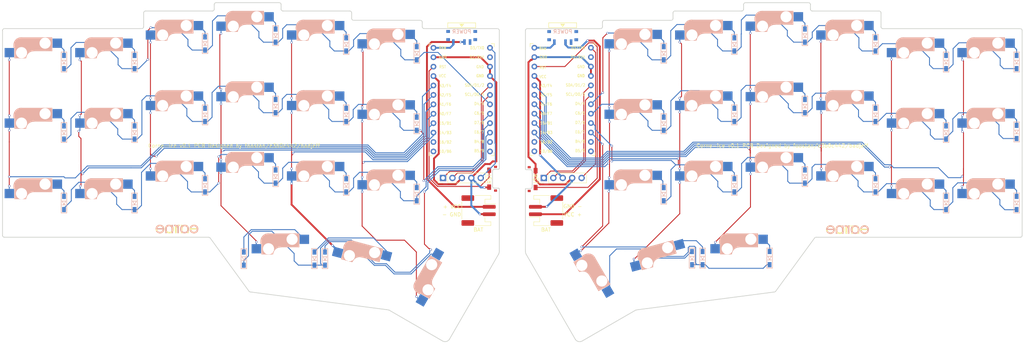
<source format=kicad_pcb>
(kicad_pcb (version 20221018) (generator pcbnew)
  (title_block (title "Corne-ice") (date "2022-12-17") (rev "0.1") (company "foostan/e3b0c442"))
  (layers (0 "F.Cu" signal) (31 "B.Cu" signal) (34 "B.Paste" user) (35 "F.Paste" user) (36 "B.SilkS" user "B.Silkscreen") (37 "F.SilkS" user "F.Silkscreen") (38 "B.Mask" user) (39 "F.Mask" user) (44 "Edge.Cuts" user))
  (net 0 "")
  (net 1 "row0")
  (net 2 "Net-(D1-Pad2)")
  (net 3 "row1")
  (net 4 "Net-(D2-Pad2)")
  (net 5 "row2")
  (net 6 "Net-(D3-Pad2)")
  (net 7 "row3")
  (net 8 "Net-(D4-Pad2)")
  (net 9 "Net-(D5-Pad2)")
  (net 10 "Net-(D6-Pad2)")
  (net 11 "Net-(D7-Pad2)")
  (net 12 "Net-(D8-Pad2)")
  (net 13 "Net-(D9-Pad2)")
  (net 14 "Net-(D10-Pad2)")
  (net 15 "Net-(D11-Pad2)")
  (net 16 "Net-(D12-Pad2)")
  (net 17 "Net-(D13-Pad2)")
  (net 18 "Net-(D14-Pad2)")
  (net 19 "Net-(D15-Pad2)")
  (net 20 "Net-(D16-Pad2)")
  (net 21 "Net-(D17-Pad2)")
  (net 22 "Net-(D18-Pad2)")
  (net 23 "Net-(D19-Pad2)")
  (net 24 "Net-(D20-Pad2)")
  (net 25 "Net-(D21-Pad2)")
  (net 26 "GND")
  (net 27 "VCC")
  (net 28 "col0")
  (net 29 "col1")
  (net 30 "col2")
  (net 31 "col3")
  (net 32 "col4")
  (net 33 "col5")
  (net 34 "MOSI")
  (net 35 "CS")
  (net 36 "reset")
  (net 37 "MOSI_r")
  (net 39 "SCK")
  (net 42 "Net-(D22-Pad2)")
  (net 43 "row0_r")
  (net 44 "Net-(D23-Pad2)")
  (net 45 "Net-(D24-Pad2)")
  (net 46 "Net-(D25-Pad2)")
  (net 47 "Net-(D26-Pad2)")
  (net 48 "Net-(D27-Pad2)")
  (net 49 "row1_r")
  (net 50 "Net-(D28-Pad2)")
  (net 51 "Net-(D29-Pad2)")
  (net 52 "Net-(D30-Pad2)")
  (net 53 "Net-(D31-Pad2)")
  (net 54 "Net-(D32-Pad2)")
  (net 55 "Net-(D33-Pad2)")
  (net 56 "row2_r")
  (net 57 "Net-(D34-Pad2)")
  (net 58 "Net-(D35-Pad2)")
  (net 59 "Net-(D36-Pad2)")
  (net 60 "Net-(D37-Pad2)")
  (net 61 "Net-(D38-Pad2)")
  (net 62 "Net-(D39-Pad2)")
  (net 63 "Net-(D40-Pad2)")
  (net 64 "row3_r")
  (net 65 "Net-(D41-Pad2)")
  (net 66 "Net-(D42-Pad2)")
  (net 69 "reset_r")
  (net 70 "col0_r")
  (net 71 "col1_r")
  (net 72 "col2_r")
  (net 73 "col3_r")
  (net 74 "col4_r")
  (net 75 "col5_r")
  (net 76 "VDD")
  (net 77 "GNDA")
  (net 78 "Net-(J1-Pad1)")
  (net 79 "CS_r")
  (net 85 "Net-(J3-Pad1)")
  (net 86 "SCK_r")
  (net 87 "RAW")
  (net 89 "RAW_r")
  (footprint "Connector_PinHeader_2.54mm:PinHeader_1x05_P2.54mm_Vertical" (layer "F.Cu") (at 129.7825 67.03 90)
    (fp_text reference "J2" hide)
    (fp_text value "nice!view" hide)
  )
  (footprint "kbd:CherryMX_Hotswap" (layer "F.Cu") (at 39.1075 35.78)
    (fp_text reference "SW2" hide)
    (fp_text value "SW_PUSH" hide)
  )
  (footprint "kbd:CherryMX_Hotswap" (layer "F.Cu") (at 58.1075 31.03)
    (fp_text reference "SW3" hide)
    (fp_text value "SW_PUSH" hide)
  )
  (footprint "kbd:CherryMX_Hotswap" (layer "F.Cu") (at 77.1075 28.655)
    (fp_text reference "SW4" hide)
    (fp_text value "SW_PUSH" hide)
  )
  (footprint "kbd:CherryMX_Hotswap" (layer "F.Cu") (at 96.1075 31.03)
    (fp_text reference "SW5" hide)
    (fp_text value "SW_PUSH" hide)
  )
  (footprint "kbd:CherryMX_Hotswap" (layer "F.Cu") (at 20.1075 54.78)
    (fp_text reference "SW7" hide)
    (fp_text value "SW_PUSH" hide)
  )
  (footprint "kbd:CherryMX_Hotswap" (layer "F.Cu") (at 39.1075 54.78)
    (fp_text reference "SW8" hide)
    (fp_text value "SW_PUSH" hide)
  )
  (footprint "kbd:CherryMX_Hotswap" (layer "F.Cu") (at 58.1075 50.03)
    (fp_text reference "SW9" hide)
    (fp_text value "SW_PUSH" hide)
  )
  (footprint "kbd:CherryMX_Hotswap" (layer "F.Cu") (at 77.1075 47.655)
    (fp_text reference "SW10" hide)
    (fp_text value "SW_PUSH" hide)
  )
  (footprint "kbd:CherryMX_Hotswap" (layer "F.Cu") (at 96.1075 50.03)
    (fp_text reference "SW11" hide)
    (fp_text value "SW_PUSH" hide)
  )
  (footprint "kbd:CherryMX_Hotswap" (layer "F.Cu") (at 115.1075 52.405)
    (fp_text reference "SW12" hide)
    (fp_text value "SW_PUSH" hide)
  )
  (footprint "kbd:CherryMX_Hotswap" (layer "F.Cu") (at 20.1075 73.78)
    (fp_text reference "SW13" hide)
    (fp_text value "SW_PUSH" hide)
  )
  (footprint "kbd:CherryMX_Hotswap" (layer "F.Cu") (at 39.1075 73.78)
    (fp_text reference "SW14" hide)
    (fp_text value "SW_PUSH" hide)
  )
  (footprint "kbd:CherryMX_Hotswap" (layer "F.Cu") (at 58.1075 69.03)
    (fp_text reference "SW15" hide)
    (fp_text value "SW_PUSH" hide)
  )
  (footprint "kbd:CherryMX_Hotswap" (layer "F.Cu") (at 77.1075 66.655)
    (fp_text reference "SW16" hide)
    (fp_text value "SW_PUSH" hide)
  )
  (footprint "kbd:CherryMX_Hotswap" (layer "F.Cu") (at 96.1075 69.03)
    (fp_text reference "SW17" hide)
    (fp_text value "SW_PUSH" hide)
  )
  (footprint "kbd:CherryMX_Hotswap" (layer "F.Cu") (at 115.1075 71.405)
    (fp_text reference "SW18" hide)
    (fp_text value "SW_PUSH" hide)
  )
  (footprint "kbd:CherryMX_Hotswap" (layer "F.Cu") (at 86.6075 88.655)
    (fp_text reference "SW19" hide)
    (fp_text value "SW_PUSH" hide)
  )
  (footprint "kbd:CherryMX_Hotswap" (layer "F.Cu") (at 107.6075 91.405 -15)
    (fp_text reference "SW20" hide)
    (fp_text value "SW_PUSH" hide)
  )
  (footprint "kbd:CherryMX_Hotswap_1.5u" (layer "F.Cu") (at 129.8575 95.155 60)
    (fp_text reference "SW21" hide)
    (fp_text value "SW_PUSH" hide)
  )
  (footprint "kbd:CherryMX_Hotswap_1.5u" (layer "F.Cu") (at 166.8645 95.15 -60)
    (fp_text reference "SW42" hide)
    (fp_text value "SW_PUSH" hide)
  )
  (footprint "Connector_PinHeader_2.54mm:PinHeader_1x05_P2.54mm_Vertical" (layer "F.Cu") (at 156.9325 67.03 90)
    (fp_text reference "J4" hide)
    (fp_text value "nice!view" hide)
  )
  (footprint "kbd:CherryMX_Hotswap" (layer "F.Cu") (at 219.6145 66.65)
    (fp_text reference "SW37" hide)
    (fp_text value "SW_PUSH" hide)
  )
  (footprint "kbd:CherryMX_Hotswap" (layer "F.Cu") (at 200.6145 69.025)
    (fp_text reference "SW38" hide)
    (fp_text value "SW_PUSH" hide)
  )
  (footprint "kbd:CherryMX_Hotswap" (layer "F.Cu") (at 181.6145 71.4)
    (fp_text reference "SW39" hide)
    (fp_text value "SW_PUSH" hide)
  )
  (footprint "kbd:CherryMX_Hotswap" (layer "F.Cu") (at 210.1145 88.65)
    (fp_text reference "SW40" hide)
    (fp_text value "SW_PUSH" hide)
  )
  (footprint "kbd:CherryMX_Hotswap" (layer "F.Cu") (at 189.1145 91.4 15)
    (fp_text reference "SW41" hide)
    (fp_text value "SW_PUSH" hide)
  )
  (footprint "kbd:CherryMX_Hotswap" (layer "F.Cu") (at 219.6145 28.65)
    (fp_text reference "SW25" hide)
    (fp_text value "SW_PUSH" hide)
  )
  (footprint "kbd:CherryMX_Hotswap" (layer "F.Cu") (at 200.6145 31.025)
    (fp_text reference "SW26" hide)
    (fp_text value "SW_PUSH" hide)
  )
  (footprint "kbd:CherryMX_Hotswap" (layer "F.Cu") (at 276.6145 54.775)
    (fp_text reference "SW28" hide)
    (fp_text value "SW_PUSH" hide)
  )
  (footprint "kbd:CherryMX_Hotswap" (layer "F.Cu") (at 238.6145 31.025)
    (fp_text reference "SW24" hide)
    (fp_text value "SW_PUSH" hide)
  )
  (footprint "kbd:CherryMX_Hotswap" (layer "F.Cu") (at 257.6145 54.775)
    (fp_text reference "SW29" hide)
    (fp_text value "SW_PUSH" hide)
  )
  (footprint "kbd:CherryMX_Hotswap" (layer "F.Cu") (at 257.6145 73.775)
    (fp_text reference "SW35" hide)
    (fp_text value "SW_PUSH" hide)
  )
  (footprint "kbd:CherryMX_Hotswap" (layer "F.Cu") (at 238.6145 69.025)
    (fp_text reference "SW36" hide)
    (fp_text value "SW_PUSH" hide)
  )
  (footprint "kbd:CherryMX_Hotswap" (layer "F.Cu") (at 276.6145 35.775)
    (fp_text reference "SW22" hide)
    (fp_text value "SW_PUSH" hide)
  )
  (footprint "kbd:CherryMX_Hotswap" (layer "F.Cu") (at 257.6145 35.775)
    (fp_text reference "SW23" hide)
    (fp_text value "SW_PUSH" hide)
  )
  (footprint "kbd:CherryMX_Hotswap" (layer "F.Cu") (at 238.6145 50.025)
    (fp_text reference "SW30" hide)
    (fp_text value "SW_PUSH" hide)
  )
  (footprint "kbd:CherryMX_Hotswap" (layer "F.Cu") (at 219.6145 47.65)
    (fp_text reference "SW31" hide)
    (fp_text value "SW_PUSH" hide)
  )
  (footprint "kbd:CherryMX_Hotswap" (layer "F.Cu") (at 200.6145 50.025)
    (fp_text reference "SW32" hide)
    (fp_text value "SW_PUSH" hide)
  )
  (footprint "kbd:CherryMX_Hotswap" (layer "F.Cu") (at 181.6145 52.4)
    (fp_text reference "SW33" hide)
    (fp_text value "SW_PUSH" hide)
  )
  (footprint "kbd:CherryMX_Hotswap" (layer "F.Cu") (at 276.6145 73.775)
    (fp_text reference "SW34" hide)
    (fp_text value "SW_PUSH" hide)
  )
  (footprint "kbd:CherryMX_Hotswap" (layer "F.Cu") (at 20.1075 35.78)
    (fp_text reference "SW1" hide)
    (fp_text value "SW_PUSH" hide)
  )
  (footprint "kbd:M2_HOLE_v2" (layer "F.Cu") (at 105.5755 41.7655)
    (fp_text reference "Ref**" hide)
    (fp_text value "Val**" hide)
  )
  (footprint "kbd:M2_HOLE_v2" (layer "F.Cu") (at 72.7645 81.5205)
    (fp_text reference "Ref**" hide)
    (fp_text value "Val**" hide)
  )
  (footprint "kbd:M2_HOLE_v2" (layer "F.Cu") (at 119.3305 89.135)
    (fp_text reference "Ref**" hide)
    (fp_text value "Val**" hide)
  )
  (footprint "kbd:M2_HOLE_v2" (layer "F.Cu") (at 127.8695 74.254)
    (fp_text reference "Ref**" hide)
    (fp_text value "Val**" hide)
  )
  (footprint "kbd:M2_HOLE_v2" (layer "F.Cu") (at 142.3015 82.775)
    (fp_text reference "Ref**" hide)
    (fp_text value "Val**" hide)
  )
  (footprint "kbd:M2_HOLE_v2" (layer "F.Cu") (at 177.3895 89.145 180)
    (fp_text reference "Ref**" hide)
    (fp_text value "Val**" hide)
  )
  (footprint "kbd:M2_HOLE_v2" (layer "F.Cu") (at 223.9555 81.5305 180)
    (fp_text reference "Ref**" hide)
    (fp_text value "Val**" hide)
  )
  (footprint "kbd:M2_HOLE_v2" (layer "F.Cu") (at 267.0995 45.2655 180)
    (fp_text reference "Ref**" hide)
    (fp_text value "Val**" hide)
  )
  (footprint "kbd:M2_HOLE_v2" (layer "F.Cu") (at 191.1445 41.7755 180)
    (fp_text reference "Ref**" hide)
    (fp_text value "Val**" hide)
  )
  (footprint "kbd:CherryMX_Hotswap" (layer "F.Cu") (at 115.1075 33.405)
    (fp_text reference "SW6" hide)
    (fp_text value "SW_PUSH" hide)
  )
  (footprint "kbd:CherryMX_Hotswap" (layer "F.Cu") (at 181.6075 33.405)
    (fp_text reference "SW27" hide)
    (fp_text value "SW_PUSH" hide)
  )
  (footprint "kbd:M2_HOLE_v2" (layer "F.Cu") (at 27.5195 54.1395)
    (fp_text reference "Ref**" hide)
    (fp_text value "Val**" hide)
  )
  (footprint "kbd:ProMicro_v3" (layer "F.Cu") (at 134.8125 46.42)
    (fp_text reference "U1" hide)
    (fp_text value "nice!nano" hide)
  )
  (footprint "kbd:ProMicro_v3" (layer "F.Cu") (at 161.9875 46.39)
    (fp_text reference "U2" hide)
    (fp_text value "nice!nano" hide)
  )
  (footprint "kbd:M2_HOLE_v2" (layer "F.Cu") (at 29.6075 45.28)
    (fp_text reference "Ref**" hide)
    (fp_text value "Val**" hide)
  )
  (footprint "kbd:corne-logo-horizontal" (layer "F.Cu") (at 58.2675 80.89)
    (fp_text reference "G***" hide)
    (fp_text value "LOGO" hide)
  )
  (footprint "kbd:corne-logo-horizontal" (layer "F.Cu") (at 238.7775 81.04)
    (fp_text reference "G***" hide)
    (fp_text value "LOGO" hide)
  )
  (footprint "keeblib:alps_sksn" (layer "F.Cu") (at 144.7825 67.23 90)
    (fp_text reference "RST")
    (fp_text value "SW_PUSH" hide)
  )
  (footprint "Connector_JST:JST_PH_S2B-PH-SM4-TB_1x02-1MP_P2.00mm_Horizontal" (layer "F.Cu") (at 157.5215 75.812 90)
    (fp_text reference "J3" hide)
    (fp_text value "BAT")
  )
  (footprint "keeblib:alps_sksn" (layer "F.Cu") (at 152.1325 67.33 -90)
    (fp_text reference "RST")
    (fp_text value "SW_PUSH" hide)
  )
  (footprint "Connector_JST:JST_PH_S2B-PH-SM4-TB_1x02-1MP_P2.00mm_Horizontal" (layer "F.Cu") (at 139.3605 75.812 -90)
    (fp_text reference "J1" hide)
    (fp_text value "BAT")
  )
  (footprint "kbd:D3_SMD_v2" (layer "B.Cu") (at 27.7345 35.776875 90)
    (fp_text reference "D1" hide)
    (fp_text value "D" hide)
  )
  (footprint "kbd:D3_SMD_v2" (layer "B.Cu") (at 46.7345 35.78 90)
    (fp_text reference "D2" hide)
    (fp_text value "D" hide)
  )
  (footprint "kbd:D3_SMD_v2" (layer "B.Cu") (at 65.7075 30.78 90)
    (fp_text reference "D3" hide)
    (fp_text value "D" hide)
  )
  (footprint "kbd:D3_SMD_v2" (layer "B.Cu") (at 84.7075 28.655 90)
    (fp_text reference "D4" hide)
    (fp_text value "D" hide)
  )
  (footprint "kbd:D3_SMD_v2" (layer "B.Cu") (at 103.7075 31.03 90)
    (fp_text reference "D5" hide)
    (fp_text value "D" hide)
  )
  (footprint "kbd:D3_SMD_v2" (layer "B.Cu") (at 122.7075 33.405 90)
    (fp_text reference "D6" hide)
    (fp_text value "D" hide)
  )
  (footprint "kbd:D3_SMD_v2" (layer "B.Cu") (at 27.7345 54.776875 90)
    (fp_text reference "D7" hide)
    (fp_text value "D" hide)
  )
  (footprint "kbd:D3_SMD_v2" (layer "B.Cu") (at 46.7345 54.78 90)
    (fp_text reference "D8" hide)
    (fp_text value "D" hide)
  )
  (footprint "kbd:D3_SMD_v2" (layer "B.Cu") (at 65.7075 50.03 90)
    (fp_text reference "D9" hide)
    (fp_text value "D" hide)
  )
  (footprint "kbd:D3_SMD_v2" (layer "B.Cu") (at 84.7075 47.655 90)
    (fp_text reference "D10" hide)
    (fp_text value "D" hide)
  )
  (footprint "kbd:D3_SMD_v2" (layer "B.Cu") (at 103.7075 50.03 90)
    (fp_text reference "D11" hide)
    (fp_text value "D" hide)
  )
  (footprint "kbd:D3_SMD_v2" (layer "B.Cu") (at 122.7075 52.405 90)
    (fp_text reference "D12" hide)
    (fp_text value "D" hide)
  )
  (footprint "kbd:D3_SMD_v2" (layer "B.Cu") (at 27.7345 73.776875 90)
    (fp_text reference "D13" hide)
    (fp_text value "D" hide)
  )
  (footprint "kbd:D3_SMD_v2" (layer "B.Cu") (at 46.7345 73.78 90)
    (fp_text reference "D14" hide)
    (fp_text value "D" hide)
  )
  (footprint "kbd:D3_SMD_v2" (layer "B.Cu") (at 65.7075 69.03 90)
    (fp_text reference "D15" hide)
    (fp_text value "D" hide)
  )
  (footprint "kbd:D3_SMD_v2" (layer "B.Cu") (at 84.7075 66.655 90)
    (fp_text reference "D16" hide)
    (fp_text value "D" hide)
  )
  (footprint "kbd:D3_SMD_v2" (layer "B.Cu") (at 103.7075 69.03 90)
    (fp_text reference "D17" hide)
    (fp_text value "D" hide)
  )
  (footprint "kbd:D3_SMD_v2" (layer "B.Cu") (at 122.7075 71.405 90)
    (fp_text reference "D18" hide)
    (fp_text value "D" hide)
  )
  (footprint "kbd:D3_SMD_v2" (layer "B.Cu") (at 76.1575 88.77 90)
    (fp_text reference "D19" hide)
    (fp_text value "D" hide)
  )
  (footprint "kbd:D3_SMD_v2" (layer "B.Cu") (at 95.1645 88.765 90)
    (fp_text reference "D20" hide)
    (fp_text value "D" hide)
  )
  (footprint "kbd:D3_SMD_v2" (layer "B.Cu") (at 98.0075 88.765 90)
    (fp_text reference "D21" hide)
    (fp_text value "D" hide)
  )
  (footprint "kbd:D3_SMD_v2" (layer "B.Cu") (at 265.2145 35.775 90)
    (fp_text reference "D23" hide)
    (fp_text value "D" hide)
  )
  (footprint "kbd:D3_SMD_v2" (layer "B.Cu") (at 246.2145 31.025 90)
    (fp_text reference "D24" hide)
    (fp_text value "D" hide)
  )
  (footprint "kbd:D3_SMD_v2" (layer "B.Cu") (at 227.2145 28.65 90)
    (fp_text reference "D25" hide)
    (fp_text value "D" hide)
  )
  (footprint "kbd:D3_SMD_v2" (layer "B.Cu") (at 189.2075 33.405 90)
    (fp_text reference "D27" hide)
    (fp_text value "D" hide)
  )
  (footprint "kbd:D3_SMD_v2" (layer "B.Cu") (at 284.2145 54.625 90)
    (fp_text reference "D28" hide)
    (fp_text value "D" hide)
  )
  (footprint "kbd:D3_SMD_v2" (layer "B.Cu") (at 265.2145 54.775 90)
    (fp_text reference "D29" hide)
    (fp_text value "D" hide)
  )
  (footprint "kbd:D3_SMD_v2" (layer "B.Cu") (at 246.2145 50.025 90)
    (fp_text reference "D30" hide)
    (fp_text value "D" hide)
  )
  (footprint "kbd:D3_SMD_v2" (layer "B.Cu") (at 227.2145 47.65 90)
    (fp_text reference "D31" hide)
    (fp_text value "D" hide)
  )
  (footprint "kbd:D3_SMD_v2" (layer "B.Cu") (at 208.2145 50.025 90)
    (fp_text reference "D32" hide)
    (fp_text value "D" hide)
  )
  (footprint "kbd:D3_SMD_v2" (layer "B.Cu") (at 189.2075 52.405 90)
    (fp_text reference "D33" hide)
    (fp_text value "D" hide)
  )
  (footprint "kbd:D3_SMD_v2" (layer "B.Cu") (at 284.2145 73.775 90)
    (fp_text reference "D34" hide)
    (fp_text value "D" hide)
  )
  (footprint "kbd:D3_SMD_v2" (layer "B.Cu") (at 265.2145 73.775 90)
    (fp_text reference "D35" hide)
    (fp_text value "D" hide)
  )
  (footprint "kbd:D3_SMD_v2" (layer "B.Cu") (at 246.2145 69.025 90)
    (fp_text reference "D36" hide)
    (fp_text value "D" hide)
  )
  (footprint "kbd:D3_SMD_v2" (layer "B.Cu") (at 227.2145 66.65 90)
    (fp_text reference "D37" hide)
    (fp_text value "D" hide)
  )
  (footprint "kbd:D3_SMD_v2" (layer "B.Cu") (at 208.2145 69.025 90)
    (fp_text reference "D38" hide)
    (fp_text value "D" hide)
  )
  (footprint "kbd:D3_SMD_v2" (layer "B.Cu") (at 189.2075 71.405 90)
    (fp_text reference "D39" hide)
    (fp_text value "D" hide)
  )
  (footprint "kbd:D3_SMD_v2" (layer "B.Cu") (at 217.7145 88.635 90)
    (fp_text reference "D40" hide)
    (fp_text value "D" hide)
  )
  (footprint "kbd:D3_SMD_v2" (layer "B.Cu") (at 199.6645 88.65 90)
    (fp_text reference "D41" hide)
    (fp_text value "D" hide)
  )
  (footprint "kbd:D3_SMD_v2" (layer "B.Cu") (at 196.8145 88.65 90)
    (fp_text reference "D42" hide)
    (fp_text value "D" hide)
  )
  (footprint "kbd:D3_SMD_v2" (layer "B.Cu") (at 284.2145 35.775 90)
    (fp_text reference "D22" hide)
    (fp_text value "D" hide)
  )
  (footprint "kbd:D3_SMD_v2" (layer "B.Cu") (at 208.2145 31.025 90)
    (fp_text reference "D26" hide)
    (fp_text value "D" hide)
  )
  (footprint "kbd:M2_HOLE_v2" (layer "B.Cu") (at 154.4185 82.785 180)
    (fp_text reference "Ref**" hide)
    (fp_text value "Val**" hide)
  )
  (footprint "kbd:M2_HOLE_v2" (layer "B.Cu") (at 269.1875 54.125 180)
    (fp_text reference "Ref**" hide)
    (fp_text value "Val**" hide)
  )
  (footprint "kbd:M2_HOLE_v2" (layer "B.Cu") (at 168.8505 74.264 180)
    (fp_text reference "Ref**" hide)
    (fp_text value "Val**" hide)
  )
  (footprint "kbd:corne-logo-horizontal" (layer "B.Cu") (at 58.0375 80.89 180)
    (fp_text reference "G***" hide)
    (fp_text value "LOGO" hide)
  )
  (footprint "kbd:corne-logo-horizontal" (layer "B.Cu") (at 238.5675 81.04 180)
    (fp_text reference "G***" hide)
    (fp_text value "LOGO" hide)
  )
  (footprint "keeblib:switch_SSSS811101" (layer "B.Cu") (at 162.0075 28.66)
    (fp_text reference "PSW2" hide)
    (fp_text value "POWER")
  )
  (footprint "keeblib:switch_SSSS811101" (layer "B.Cu") (at 134.8075 28.63)
    (fp_text reference "PSW1" hide)
    (fp_text value "POWER")
  )
  (gr_curve (pts (xy 181.6295 102.678) (xy 181.84293 102.613557) (xy 182.062163 102.570169) (xy 182.284056 102.54846)) (stroke (width 0.2)) (layer "Edge.Cuts"))
  (gr_curve (pts (xy 152.181791 87.625717) (xy 152.029054 87.360585) (xy 151.950612 87.059178) (xy 151.9547 86.753228)) (stroke (width 0.2)) (layer "Edge.Cuts"))
  (gr_line (start 191.706177 24.025707) (end 191.706177 22.527109) (stroke (width 0.2)) (layer "Edge.Cuts"))
  (gr_line (start 173.204835 24.526087) (end 191.205797 24.526087) (stroke (width 0.2)) (layer "Edge.Cuts"))
  (gr_curve (pts (xy 151.9547 27.278174) (xy 151.954759 27.002128) (xy 152.178537 26.778365) (xy 152.454583 26.778301)) (stroke (width 0.2)) (layer "Edge.Cuts"))
  (gr_line (start 151.955216 27.276904) (end 151.955216 64.5) (stroke (width 0.2)) (layer "Edge.Cuts"))
  (gr_line (start 285.704628 27.278174) (end 285.706404 82.52693) (stroke (width 0.2)) (layer "Edge.Cuts"))
  (gr_line (start 248.205881 26.776525) (end 285.204501 26.778301) (stroke (width 0.2)) (layer "Edge.Cuts"))
  (gr_line (start 211.205737 19.776292) (end 228.20594 19.776292) (stroke (width 0.2)) (layer "Edge.Cuts"))
  (gr_line (start 210.705358 21.52635) (end 210.705358 20.276671) (stroke (width 0.2)) (layer "Edge.Cuts"))
  (gr_line (start 192.206556 22.026729) (end 210.204472 22.028252) (stroke (width 0.2)) (layer "Edge.Cuts"))
  (gr_line (start 181.6295 102.678) (end 167.335417 110.939084) (stroke (width 0.2)) (layer "Edge.Cuts"))
  (gr_line (start 172.706995 25.026466) (end 172.704713 26.278179) (stroke (width 0.2)) (layer "Edge.Cuts"))
  (gr_curve (pts (xy 172.704713 25.028242) (xy 172.704654 24.752107) (xy 172.928431 24.528195) (xy 173.204577 24.528121)) (stroke (width 0.2)) (layer "Edge.Cuts"))
  (gr_line (start 247.705501 22.527109) (end 247.705501 26.276145) (stroke (width 0.2)) (layer "Edge.Cuts"))
  (gr_line (start 228.70632 20.276671) (end 228.70632 21.52635) (stroke (width 0.2)) (layer "Edge.Cuts"))
  (gr_line (start 152.455595 26.776525) (end 172.204592 26.778301) (stroke (width 0.2)) (layer "Edge.Cuts"))
  (gr_curve (pts (xy 285.704628 82.5282) (xy 285.704558 82.804345) (xy 285.480647 83.028143) (xy 285.204506 83.028073)) (stroke (width 0.2)) (layer "Edge.Cuts"))
  (gr_curve (pts (xy 285.204506 83.028073) (xy 285.204501 83.028073) (xy 285.204501 83.028073) (xy 285.204501 83.028073)) (stroke (width 0.2)) (layer "Edge.Cuts"))
  (gr_curve (pts (xy 285.204501 26.778301) (xy 285.480642 26.778231) (xy 285.704558 27.002029) (xy 285.704628 27.278169)) (stroke (width 0.2)) (layer "Edge.Cuts"))
  (gr_curve (pts (xy 285.704628 27.278169) (xy 285.704628 27.278174) (xy 285.704628 27.278174) (xy 285.704628 27.278174)) (stroke (width 0.2)) (layer "Edge.Cuts"))
  (gr_curve (pts (xy 248.204611 26.778301) (xy 247.928465 26.77837) (xy 247.704559 26.554568) (xy 247.704489 26.278427)) (stroke (width 0.2)) (layer "Edge.Cuts"))
  (gr_curve (pts (xy 247.704489 26.278427) (xy 247.704489 26.278343) (xy 247.704489 26.278264) (xy 247.704489 26.278179)) (stroke (width 0.2)) (layer "Edge.Cuts"))
  (gr_curve (pts (xy 247.204616 22.028252) (xy 247.480662 22.028322) (xy 247.70442 22.25208) (xy 247.704489 22.528126)) (stroke (width 0.2)) (layer "Edge.Cuts"))
  (gr_curve (pts (xy 229.204665 22.028252) (xy 228.92852 22.028322) (xy 228.704613 21.804519) (xy 228.704544 21.528379)) (stroke (width 0.2)) (layer "Edge.Cuts"))
  (gr_curve (pts (xy 228.704544 21.528379) (xy 228.704544 21.528295) (xy 228.704544 21.52821) (xy 228.704544 21.528126)) (stroke (width 0.2)) (layer "Edge.Cuts"))
  (gr_curve (pts (xy 228.20467 19.778068) (xy 228.480816 19.778137) (xy 228.704613 20.002049) (xy 228.704544 20.278189)) (stroke (width 0.2)) (layer "Edge.Cuts"))
  (gr_curve (pts (xy 228.704544 20.278189) (xy 228.704544 20.278194) (xy 228.704544 20.278194) (xy 228.704544 20.278194)) (stroke (width 0.2)) (layer "Edge.Cuts"))
  (gr_curve (pts (xy 210.704594 20.278194) (xy 210.704524 20.002054) (xy 210.928322 19.778137) (xy 211.204467 19.778068)) (stroke (width 0.2)) (layer "Edge.Cuts"))
  (gr_curve (pts (xy 211.204467 19.778068) (xy 211.204467 19.778068) (xy 211.204467 19.778068) (xy 211.204467 19.778068)) (stroke (width 0.2)) (layer "Edge.Cuts"))
  (gr_curve (pts (xy 210.704594 21.528126) (xy 210.704663 21.804266) (xy 210.480866 22.028183) (xy 210.20472 22.028252)) (stroke (width 0.2)) (layer "Edge.Cuts"))
  (gr_curve (pts (xy 210.20472 22.028252) (xy 210.204641 22.028252) (xy 210.204552 22.028252) (xy 210.204472 22.028252)) (stroke (width 0.2)) (layer "Edge.Cuts"))
  (gr_curve (pts (xy 191.704649 22.528126) (xy 191.704718 22.25208) (xy 191.928476 22.028322) (xy 192.204522 22.028252)) (stroke (width 0.2)) (layer "Edge.Cuts"))
  (gr_curve (pts (xy 191.704649 24.028247) (xy 191.704579 24.304388) (xy 191.480672 24.52819) (xy 191.204527 24.528121)) (stroke (width 0.2)) (layer "Edge.Cuts"))
  (gr_line (start 165.4073 110.559612) (end 152.181276 87.627245) (stroke (width 0.2)) (layer "Edge.Cuts"))
  (gr_curve (pts (xy 165.410396 110.564226) (xy 165.409364 110.562688) (xy 165.408332 110.56115) (xy 165.4073 110.559612)) (stroke (width 0.2)) (layer "Edge.Cuts"))
  (gr_curve (pts (xy 167.335417 110.939084) (xy 166.700318 111.367153) (xy 165.838465 111.199314) (xy 165.410396 110.564226)) (stroke (width 0.2)) (layer "Edge.Cuts"))
  (gr_line (start 218.954506 97.778087) (end 182.284056 102.54846) (stroke (width 0.2)) (layer "Edge.Cuts"))
  (gr_curve (pts (xy 219.308071 97.631789) (xy 219.21428 97.725501) (xy 219.087101 97.778126) (xy 218.954506 97.778087)) (stroke (width 0.2)) (layer "Edge.Cuts"))
  (gr_line (start 229.851095 83.174629) (end 219.308071 97.631789) (stroke (width 0.2)) (layer "Edge.Cuts"))
  (gr_curve (pts (xy 172.704713 26.278179) (xy 172.704773 26.55432) (xy 172.480975 26.778231) (xy 172.20483 26.778301)) (stroke (width 0.2)) (layer "Edge.Cuts"))
  (gr_curve (pts (xy 172.20483 26.778301) (xy 172.20475 26.778301) (xy 172.204671 26.778301) (xy 172.204592 26.778301)) (stroke (width 0.2)) (layer "Edge.Cuts"))
  (gr_line (start 66.690339 83.020073) (end 11.690494 83.020073) (stroke (width 0.2)) (layer "Edge.Cuts"))
  (gr_line (start 49.690384 22.020252) (end 67.690335 22.020252) (stroke (width 0.2)) (layer "Edge.Cuts"))
  (gr_line (start 86.690528 22.020252) (end 104.690478 22.020252) (stroke (width 0.2)) (layer "Edge.Cuts"))
  (gr_curve (pts (xy 124.69017 26.770301) (xy 124.69025 26.770301) (xy 124.690329 26.770301) (xy 124.690408 26.770301)) (stroke (width 0.2)) (layer "Edge.Cuts"))
  (gr_curve (pts (xy 124.190287 26.270179) (xy 124.190227 26.54632) (xy 124.414025 26.770231) (xy 124.69017 26.770301)) (stroke (width 0.2)) (layer "Edge.Cuts"))
  (gr_line (start 67.043905 83.166629) (end 77.586929 97.623789) (stroke (width 0.2)) (layer "Edge.Cuts"))
  (gr_line (start 77.940494 97.770087) (end 114.610944 102.54046) (stroke (width 0.2)) (layer "Edge.Cuts"))
  (gr_curve (pts (xy 129.559583 110.931084) (xy 130.194682 111.359153) (xy 131.056535 111.191314) (xy 131.484604 110.556226)) (stroke (width 0.2)) (layer "Edge.Cuts"))
  (gr_curve (pts (xy 131.484604 110.556226) (xy 131.485636 110.554688) (xy 131.486668 110.55315) (xy 131.4877 110.551612)) (stroke (width 0.2)) (layer "Edge.Cuts"))
  (gr_line (start 131.4877 110.551612) (end 144.713724 87.619245) (stroke (width 0.2)) (layer "Edge.Cuts"))
  (gr_curve (pts (xy 105.190351 24.020247) (xy 105.190421 24.296388) (xy 105.414328 24.52019) (xy 105.690473 24.520121)) (stroke (width 0.2)) (layer "Edge.Cuts"))
  (gr_curve (pts (xy 105.190351 22.520126) (xy 105.190282 22.24408) (xy 104.966524 22.020322) (xy 104.690478 22.020252)) (stroke (width 0.2)) (layer "Edge.Cuts"))
  (gr_curve (pts (xy 86.69028 22.020252) (xy 86.690359 22.020252) (xy 86.690448 22.020252) (xy 86.690528 22.020252)) (stroke (width 0.2)) (layer "Edge.Cuts"))
  (gr_curve (pts (xy 86.190406 21.520126) (xy 86.190337 21.796266) (xy 86.414134 22.020183) (xy 86.69028 22.020252)) (stroke (width 0.2)) (layer "Edge.Cuts"))
  (gr_curve (pts (xy 85.690533 19.770068) (xy 85.690533 19.770068) (xy 85.690533 19.770068) (xy 85.690533 19.770068)) (stroke (width 0.2)) (layer "Edge.Cuts"))
  (gr_curve (pts (xy 86.190406 20.270194) (xy 86.190476 19.994054) (xy 85.966678 19.770137) (xy 85.690533 19.770068)) (stroke (width 0.2)) (layer "Edge.Cuts"))
  (gr_curve (pts (xy 68.190456 20.270189) (xy 68.190456 20.270194) (xy 68.190456 20.270194) (xy 68.190456 20.270194)) (stroke (width 0.2)) (layer "Edge.Cuts"))
  (gr_curve (pts (xy 68.69033 19.770068) (xy 68.414184 19.770137) (xy 68.190387 19.994049) (xy 68.190456 20.270189)) (stroke (width 0.2)) (layer "Edge.Cuts"))
  (gr_curve (pts (xy 68.190456 21.520379) (xy 68.190456 21.520295) (xy 68.190456 21.52021) (xy 68.190456 21.520126)) (stroke (width 0.2)) (layer "Edge.Cuts"))
  (gr_curve (pts (xy 67.690335 22.020252) (xy 67.96648 22.020322) (xy 68.190387 21.796519) (xy 68.190456 21.520379)) (stroke (width 0.2)) (layer "Edge.Cuts"))
  (gr_curve (pts (xy 49.690384 22.020252) (xy 49.414338 22.020322) (xy 49.19058 22.24408) (xy 49.190511 22.520126)) (stroke (width 0.2)) (layer "Edge.Cuts"))
  (gr_curve (pts (xy 49.190511 26.270427) (xy 49.190511 26.270343) (xy 49.190511 26.270264) (xy 49.190511 26.270179)) (stroke (width 0.2)) (layer "Edge.Cuts"))
  (gr_curve (pts (xy 48.690389 26.770301) (xy 48.966535 26.77037) (xy 49.190441 26.546568) (xy 49.190511 26.270427)) (stroke (width 0.2)) (layer "Edge.Cuts"))
  (gr_curve (pts (xy 11.190372 27.270169) (xy 11.190372 27.270174) (xy 11.190372 27.270174) (xy 11.190372 27.270174)) (stroke (width 0.2)) (layer "Edge.Cuts"))
  (gr_curve (pts (xy 11.690499 26.770301) (xy 11.414358 26.770231) (xy 11.190442 26.994029) (xy 11.190372 27.270169)) (stroke (width 0.2)) (layer "Edge.Cuts"))
  (gr_curve (pts (xy 11.690494 83.020073) (xy 11.690499 83.020073) (xy 11.690499 83.020073) (xy 11.690499 83.020073)) (stroke (width 0.2)) (layer "Edge.Cuts"))
  (gr_curve (pts (xy 11.190372 82.5202) (xy 11.190442 82.796345) (xy 11.414353 83.020143) (xy 11.690494 83.020073)) (stroke (width 0.2)) (layer "Edge.Cuts"))
  (gr_line (start 144.439405 26.768525) (end 124.690408 26.770301) (stroke (width 0.2)) (layer "Edge.Cuts"))
  (gr_line (start 68.190456 20.270194) (end 68.18868 21.51835) (stroke (width 0.2)) (layer "Edge.Cuts"))
  (gr_line (start 49.189499 22.519109) (end 49.189499 26.268145) (stroke (width 0.2)) (layer "Edge.Cuts"))
  (gr_curve (pts (xy 124.190287 25.020242) (xy 124.190346 24.744107) (xy 123.966569 24.520195) (xy 123.690423 24.520121)) (stroke (width 0.2)) (layer "Edge.Cuts"))
  (gr_line (start 124.188005 25.018466) (end 124.190287 26.270179) (stroke (width 0.2)) (layer "Edge.Cuts"))
  (gr_line (start 115.2655 102.67) (end 129.559583 110.931084) (stroke (width 0.2)) (layer "Edge.Cuts"))
  (gr_line (start 86.189642 21.51835) (end 86.189642 20.268671) (stroke (width 0.2)) (layer "Edge.Cuts"))
  (gr_line (start 85.689263 19.768292) (end 68.68906 19.768292) (stroke (width 0.2)) (layer "Edge.Cuts"))
  (gr_line (start 48.689119 26.768525) (end 11.690499 26.770301) (stroke (width 0.2)) (layer "Edge.Cuts"))
  (gr_line (start 11.190372 27.270174) (end 11.188596 82.51893) (stroke (width 0.2)) (layer "Edge.Cuts"))
  (gr_line (start 144.939784 27.268904) (end 144.939784 64.5) (stroke (width 0.2)) (layer "Edge.Cuts"))
  (gr_curve (pts (xy 144.9403 27.270174) (xy 144.940241 26.994128) (xy 144.716463 26.770365) (xy 144.440417 26.770301)) (stroke (width 0.2)) (layer "Edge.Cuts"))
  (gr_line (start 123.690165 24.518087) (end 105.689203 24.518087) (stroke (width 0.2)) (layer "Edge.Cuts"))
  (gr_line (start 105.188823 24.017707) (end 105.188823 22.519109) (stroke (width 0.2)) (layer "Edge.Cuts"))
  (gr_curve (pts (xy 144.713209 87.617717) (xy 144.865946 87.352585) (xy 144.944388 87.051178) (xy 144.9403 86.745228)) (stroke (width 0.2)) (layer "Edge.Cuts"))
  (gr_curve (pts (xy 229.851095 83.174629) (xy 229.944847 83.080818) (xy 230.072035 83.028103) (xy 230.204661 83.028073)) (stroke (width 0.2)) (layer "Edge.Cuts"))
  (gr_curve (pts (xy 77.586929 97.623789) (xy 77.68072 97.717501) (xy 77.807899 97.770126) (xy 77.940494 97.770087)) (stroke (width 0.2)) (layer "Edge.Cuts"))
  (gr_curve (pts (xy 67.043905 83.166629) (xy 66.950153 83.072818) (xy 66.822965 83.020103) (xy 66.690339 83.020073)) (stroke (width 0.2)) (layer "Edge.Cuts"))
  (gr_curve (pts (xy 115.2655 102.67) (xy 115.05207 102.605557) (xy 114.832837 102.562169) (xy 114.610944 102.54046)) (stroke (width 0.2)) (layer "Edge.Cuts"))
  (gr_line (start 151.9575 70.005) (end 151.9547 86.753228) (stroke (width 0.2)) (layer "Edge.Cuts"))
  (gr_line (start 152.1575 69.88) (end 153.3075 69.88) (stroke (width 0.2)) (layer "Edge.Cuts"))
  (gr_arc (start 144.9375 64.48) (mid 144.878921 64.621421) (end 144.7375 64.68) (stroke (width 0.2)) (layer "Edge.Cuts"))
  (gr_arc (start 151.9575 70.08) (mid 152.016079 69.938579) (end 152.1575 69.88) (stroke (width 0.2)) (layer "Edge.Cuts"))
  (gr_arc (start 152.1575 64.78) (mid 152.016079 64.721421) (end 151.9575 64.58) (stroke (width 0.2)) (layer "Edge.Cuts"))
  (gr_line (start 143.1075 65.18) (end 143.1075 69.28) (stroke (width 0.2)) (layer "Edge.Cuts"))
  (gr_arc (start 153.3075 64.78) (mid 153.661053 64.926447) (end 153.8075 65.28) (stroke (width 0.2)) (layer "Edge.Cuts"))
  (gr_arc (start 144.7375 69.78) (mid 144.879921 69.838164) (end 144.9395 69.98) (stroke (width 0.2)) (layer "Edge.Cuts"))
  (gr_line (start 285.204501 83.028073) (end 230.204661 83.028073) (stroke (width 0.2)) (layer "Edge.Cuts"))
  (gr_arc (start 143.6075 69.78) (mid 143.253947 69.633553) (end 143.1075 69.28) (stroke (width 0.2)) (layer "Edge.Cuts"))
  (gr_line (start 144.9395 69.955) (end 144.9403 86.745228) (stroke (width 0.2)) (layer "Edge.Cuts"))
  (gr_line (start 143.6075 69.78) (end 144.7375 69.78) (stroke (width 0.2)) (layer "Edge.Cuts"))
  (gr_line (start 247.204616 22.028252) (end 229.204665 22.028252) (stroke (width 0.2)) (layer "Edge.Cuts"))
  (gr_line (start 143.6075 64.68) (end 144.7375 64.68) (stroke (width 0.2)) (layer "Edge.Cuts"))
  (gr_line (start 153.8075 65.28) (end 153.8075 69.38) (stroke (width 0.2)) (layer "Edge.Cuts"))
  (gr_arc (start 153.8075 69.38) (mid 153.661053 69.733553) (end 153.3075 69.88) (stroke (width 0.2)) (layer "Edge.Cuts"))
  (gr_arc (start 143.1075 65.18) (mid 143.253947 64.826447) (end 143.6075 64.68) (stroke (width 0.2)) (layer "Edge.Cuts"))
  (gr_line (start 152.1575 64.78) (end 153.3075 64.78) (stroke (width 0.2)) (layer "Edge.Cuts"))
  (gr_text "Corne-ice v0.1 PCB Designed by foostan/e3b0c442/badjeff" (at 50.2825 58.33) (layer "F.SilkS") (effects (font (size 1 1) (thickness 0.125)) (justify left)))
  (gr_text "Corne-ice v0.1 PCB Designed by foostan/e3b0c442/badjeff" (at 197.9075 58.33) (layer "F.SilkS") (effects (font (size 1 1) (thickness 0.125)) (justify left)))
  (gr_text "GND -" (at 164.7075 74.68) (layer "F.SilkS") (effects (font (size 1 1))))
  (gr_text "+ VCC" (at 132.2075 74.78) (layer "F.SilkS") (effects (font (size 1 1))))
  (gr_text "- GND" (at 132.1075 76.88) (layer "F.SilkS") (effects (font (size 1 1))))
  (gr_text "VCC +" (at 164.7075 76.88) (layer "F.SilkS") (effects (font (size 1 1))))
  (segment (start 50.3075 27.305) (end 51.1075 26.505) (width 0.25) (layer "F.Cu") (net 1))
  (segment (start 50.3075 35.105) (end 50.3075 27.305) (width 0.25) (layer "F.Cu") (net 1))
  (via (at 50.3075 35.105) (size 0.6) (drill 0.4) (layers "F.Cu" "B.Cu") (net 1))
  (via (at 51.1075 26.505) (size 0.6) (drill 0.4) (layers "F.Cu" "B.Cu") (net 1))
  (segment (start 80.220686 29.205) (end 81.445686 30.43) (width 0.25) (layer "B.Cu") (net 1))
  (segment (start 99.3075 31.605) (end 100.5075 32.805) (width 0.25) (layer "B.Cu") (net 1))
  (segment (start 75.9075 23.305) (end 80.2075 27.605) (width 0.25) (layer "B.Cu") (net 1))
  (segment (start 85.4575 30.43) (end 86.6075 29.28) (width 0.25) (layer "B.Cu") (net 1))
  (segment (start 69.1075 23.305) (end 75.9075 23.305) (width 0.25) (layer "B.Cu") (net 1))
  (segment (start 65.7075 32.555) (end 62.2575 32.555) (width 0.25) (layer "B.Cu") (net 1))
  (segment (start 118.4075 32.405) (end 118.4075 34.105) (width 0.25) (layer "B.Cu") (net 1))
  (segment (start 29.6075 36.428875) (end 29.6075 31.905) (width 0.25) (layer "B.Cu") (net 1))
  (segment (start 62.2575 32.555) (end 61.1075 31.405) (width 0.25) (layer "B.Cu") (net 1))
  (segment (start 61.1075 31.405) (end 61.1075 29.705) (width 0.25) (layer "B.Cu") (net 1))
  (segment (start 46.7345 37.555) (end 47.8575 37.555) (width 0.25) (layer "B.Cu") (net 1))
  (segment (start 121.9575 35.18) (end 122.7075 35.18) (width 0.25) (layer "B.Cu") (net 1))
  (segment (start 124.7075 33.18) (end 122.7075 35.18) (width 0.25) (layer "B.Cu") (net 1))
  (segment (start 107.4075 28.105) (end 114.1075 28.105) (width 0.25) (layer "B.Cu") (net 1))
  (segment (start 29.6075 31.905) (end 31.0075 30.505) (width 0.25) (layer "B.Cu") (net 1))
  (segment (start 100.5075 32.805) (end 103.7075 32.805) (width 0.25) (layer "B.Cu") (net 1))
  (segment (start 83.9575 30.43) (end 84.7075 30.43) (width 0.25) (layer "B.Cu") (net 1))
  (segment (start 28.4845 37.551875) (end 29.6075 36.428875) (width 0.25) (layer "B.Cu") (net 1))
  (segment (start 31.0075 30.505) (end 38.0075 30.505) (width 0.25) (layer "B.Cu") (net 1))
  (segment (start 119.4825 35.18) (end 121.9575 35.18) (width 0.25) (layer "B.Cu") (net 1))
  (segment (start 38.0075 30.505) (end 42.3075 34.805) (width 0.25) (layer "B.Cu") (net 1))
  (segment (start 86.6075 26.805) (end 87.7075 25.705) (width 0.25) (layer "B.Cu") (net 1))
  (segment (start 84.7075 30.43) (end 85.4575 30.43) (width 0.25) (layer "B.Cu") (net 1))
  (segment (start 65.7075 32.555) (end 66.4575 32.555) (width 0.25) (layer "B.Cu") (net 1))
  (segment (start 118.4075 34.105) (end 119.4825 35.18) (width 0.25) (layer "B.Cu") (net 1))
  (segment (start 67.7075 24.705) (end 69.1075 23.305) (width 0.25) (layer "B.Cu") (net 1))
  (segment (start 80.2075 29.205) (end 80.220686 29.205) (width 0.25) (layer "B.Cu") (net 1))
  (segment (start 42.3075 34.805) (end 42.3075 36.505) (width 0.25) (layer "B.Cu") (net 1))
  (segment (start 114.1075 28.105) (end 118.4075 32.405) (width 0.25) (layer "B.Cu") (net 1))
  (segment (start 27.7345 37.551875) (end 28.4845 37.551875) (width 0.25) (layer "B.Cu") (net 1))
  (segment (start 57.9075 26.505) (end 51.531764 26.505) (width 0.25) (layer "B.Cu") (net 1))
  (segment (start 86.6075 29.28) (end 86.6075 26.805) (width 0.25) (layer "B.Cu") (net 1))
  (segment (start 67.7075 31.305) (end 67.7075 24.705) (width 0.25) (layer "B.Cu") (net 1))
  (segment (start 105.7075 31.505) (end 105.7075 29.805) (width 0.25) (layer "B.Cu") (net 1))
  (segment (start 142.4239 47.182) (end 128.4219 33.18) (width 0.25) (layer "B.Cu") (net 1))
  (segment (start 105.7075 29.805) (end 107.4075 28.105) (width 0.25) (layer "B.Cu") (net 1))
  (segment (start 80.2075 27.605) (end 80.2075 29.205) (width 0.25) (layer "B.Cu") (net 1))
  (segment (start 87.7075 25.705) (end 94.9075 25.705) (width 0.25) (layer "B.Cu") (net 1))
  (segment (start 94.9075 25.705) (end 99.3075 30.105) (width 0.25) (layer "B.Cu") (net 1))
  (segment (start 99.3075 30.105) (end 99.3075 31.605) (width 0.25) (layer "B.Cu") (net 1))
  (segment (start 128.4219 33.18) (end 124.7075 33.18) (width 0.25) (layer "B.Cu") (net 1))
  (segment (start 51.531764 26.505) (end 51.1075 26.505) (width 0.25) (layer "B.Cu") (net 1))
  (segment (start 66.4575 32.555) (end 67.7075 31.305) (width 0.25) (layer "B.Cu") (net 1))
  (segment (start 61.1075 29.705) (end 57.9075 26.505) (width 0.25) (layer "B.Cu") (net 1))
  (segment (start 42.3075 36.505) (end 43.3575 37.555) (width 0.25) (layer "B.Cu") (net 1))
  (segment (start 47.8575 37.555) (end 50.3075 35.105) (width 0.25) (layer "B.Cu") (net 1))
  (segment (start 104.4075 32.805) (end 105.7075 31.505) (width 0.25) (layer "B.Cu") (net 1))
  (segment (start 81.445686 30.43) (end 83.9575 30.43) (width 0.25) (layer "B.Cu") (net 1))
  (segment (start 103.7075 32.805) (end 104.4075 32.805) (width 0.25) (layer "B.Cu") (net 1))
  (segment (start 43.3575 37.555) (end 46.7345 37.555) (width 0.25) (layer "B.Cu") (net 1))
  (segment (start 25.9495 30.725) (end 27.7345 32.51) (width 0.25) (layer "B.Cu") (net 2))
  (segment (start 27.7345 32.51) (end 27.7345 32.751875) (width 0.25) (layer "B.Cu") (net 2))
  (segment (start 27.7345 32.751875) (end 27.7345 34.001875) (width 0.25) (layer "B.Cu") (net 2))
  (segment (start 124.6075 67.78) (end 124.6075 55.205) (width 0.25) (layer "F.Cu") (net 3))
  (segment (start 124.6075 55.205) (end 123.6075 54.205) (width 0.25) (layer "F.Cu") (net 3))
  (via (at 123.6075 54.205) (size 0.6) (drill 0.4) (layers "F.Cu" "B.Cu") (net 3))
  (via (at 124.6075 67.78) (size 0.6) (drill 0.4) (layers "F.Cu" "B.Cu") (net 3))
  (segment (start 105.6075 50.655) (end 105.6075 48.605) (width 0.25) (layer "B.Cu") (net 3))
  (segment (start 28.4845 56.551875) (end 29.6075 55.428875) (width 0.25) (layer "B.Cu") (net 3))
  (segment (start 80.2075 48.205) (end 81.4325 49.43) (width 0.25) (layer "B.Cu") (net 3))
  (segment (start 119.1825 54.18) (end 122.7075 54.18) (width 0.25) (layer "B.Cu") (net 3))
  (segment (start 103.7075 51.805) (end 104.4575 51.805) (width 0.25) (layer "B.Cu") (net 3))
  (segment (start 60.8075 48.354998) (end 60.8075 50.305) (width 0.25) (layer "B.Cu") (net 3))
  (segment (start 46.7345 56.555) (end 47.4845 56.555) (width 0.25) (layer "B.Cu") (net 3))
  (segment (start 29.6075 51.005) (end 31.282499 49.330001) (width 0.25) (layer "B.Cu") (net 3))
  (segment (start 128.3825 64.005) (end 137.9075 64.005) (width 0.25) (layer "B.Cu") (net 3))
  (segment (start 94.9075 44.505) (end 99.0075 48.605) (width 0.25) (layer "B.Cu") (net 3))
  (segment (start 80.2075 46.305) (end 80.2075 48.205) (width 0.25) (layer "B.Cu") (net 3))
  (segment (start 140.4075 61.505) (end 140.4075 51.805) (width 0.25) (layer "B.Cu") (net 3))
  (segment (start 60.8075 50.305) (end 62.3075 51.805) (width 0.25) (layer "B.Cu") (net 3))
  (segment (start 85.4575 49.43) (end 86.5075 48.38) (width 0.25) (layer "B.Cu") (net 3))
  (segment (start 87.7075 44.505) (end 94.9075 44.505) (width 0.25) (layer "B.Cu") (net 3))
  (segment (start 49.932501 44.879999) (end 57.332501 44.879999) (width 0.25) (layer "B.Cu") (net 3))
  (segment (start 62.3075 51.805) (end 65.7075 51.805) (width 0.25) (layer "B.Cu") (net 3))
  (segment (start 84.7075 49.43) (end 85.4575 49.43) (width 0.25) (layer "B.Cu") (net 3))
  (segment (start 66.4575 51.805) (end 67.6075 50.655) (width 0.25) (layer "B.Cu") (net 3))
  (segment (start 122.7075 54.18) (end 123.5825 54.18) (width 0.25) (layer "B.Cu") (net 3))
  (segment (start 76.2075 42.305) (end 80.2075 46.305) (width 0.25) (layer "B.Cu") (net 3))
  (segment (start 105.6075 48.605) (end 107.0075 47.205) (width 0.25) (layer "B.Cu") (net 3))
  (segment (start 48.7075 55.332) (end 48.7075 46.105) (width 0.25) (layer "B.Cu") (net 3))
  (segment (start 67.6075 50.655) (end 67.6075 44.005) (width 0.25) (layer "B.Cu") (net 3))
  (segment (start 99.9075 51.805) (end 103.7075 51.805) (width 0.25) (layer "B.Cu") (net 3))
  (segment (start 124.6075 67.78) (end 128.3825 64.005) (width 0.25) (layer "B.Cu") (net 3))
  (segment (start 113.9075 47.205) (end 118.2075 51.505) (width 0.25) (layer "B.Cu") (net 3))
  (segment (start 99.0075 50.905) (end 99.9075 51.805) (width 0.25) (layer "B.Cu") (net 3))
  (segment (start 118.2075 53.205) (end 119.1825 54.18) (width 0.25) (layer "B.Cu") (net 3))
  (segment (start 81.4325 49.43) (end 84.7075 49.43) (width 0.25) (layer "B.Cu") (net 3))
  (segment (start 47.4845 56.555) (end 48.7075 55.332) (width 0.25) (layer "B.Cu") (net 3))
  (segment (start 29.6075 55.428875) (end 29.6075 51.005) (width 0.25) (layer "B.Cu") (net 3))
  (segment (start 67.6075 44.005) (end 69.3075 42.305) (width 0.25) (layer "B.Cu") (net 3))
  (segment (start 69.3075 42.305) (end 76.2075 42.305) (width 0.25) (layer "B.Cu") (net 3))
  (segment (start 43.4575 56.555) (end 45.9845 56.555) (width 0.25) (layer "B.Cu") (net 3))
  (segment (start 107.0075 47.205) (end 113.9075 47.205) (width 0.25) (layer "B.Cu") (net 3))
  (segment (start 48.7075 46.105) (end 49.932501 44.879999) (width 0.25) (layer "B.Cu") (net 3))
  (segment (start 123.5825 54.18) (end 123.6075 54.205) (width 0.25) (layer "B.Cu") (net 3))
  (segment (start 86.5075 45.705) (end 87.7075 44.505) (width 0.25) (layer "B.Cu") (net 3))
  (segment (start 104.4575 51.805) (end 105.6075 50.655) (width 0.25) (layer "B.Cu") (net 3))
  (segment (start 27.7345 56.551875) (end 28.4845 56.551875) (width 0.25) (layer "B.Cu") (net 3))
  (segment (start 137.9075 64.005) (end 140.4075 61.505) (width 0.25) (layer "B.Cu") (net 3))
  (segment (start 140.4075 51.805) (end 142.4239 49.7886) (width 0.25) (layer "B.Cu") (net 3))
  (segment (start 45.9845 56.555) (end 46.7345 56.555) (width 0.25) (layer "B.Cu") (net 3))
  (segment (start 65.7075 51.805) (end 66.4575 51.805) (width 0.25) (layer "B.Cu") (net 3))
  (segment (start 99.0075 48.605) (end 99.0075 50.905) (width 0.25) (layer "B.Cu") (net 3))
  (segment (start 31.282499 49.330001) (end 37.732501 49.330001) (width 0.25) (layer "B.Cu") (net 3))
  (segment (start 42.2075 53.805) (end 42.2075 55.305) (width 0.25) (layer "B.Cu") (net 3))
  (segment (start 86.5075 48.38) (end 86.5075 45.705) (width 0.25) (layer "B.Cu") (net 3))
  (segment (start 42.2075 55.305) (end 43.4575 56.555) (width 0.25) (layer "B.Cu") (net 3))
  (segment (start 57.332501 44.879999) (end 60.8075 48.354998) (width 0.25) (layer "B.Cu") (net 3))
  (segment (start 118.2075 51.505) (end 118.2075 53.205) (width 0.25) (layer "B.Cu") (net 3))
  (segment (start 37.732501 49.330001) (end 42.2075 53.805) (width 0.25) (layer "B.Cu") (net 3))
  (segment (start 46.7345 32.52) (end 46.7345 34.005) (width 0.25) (layer "B.Cu") (net 4))
  (segment (start 44.9495 30.735) (end 46.7345 32.52) (width 0.25) (layer "B.Cu") (net 4))
  (segment (start 69.3825 61.305) (end 69.3825 68.405) (width 0.25) (layer "F.Cu") (net 5))
  (via (at 69.3825 68.405) (size 0.6) (drill 0.4) (layers "F.Cu" "B.Cu") (net 5))
  (via (at 69.3825 61.305) (size 0.6) (drill 0.4) (layers "F.Cu" "B.Cu") (net 5))
  (segment (start 75.4075 60.705) (end 69.9825 60.705) (width 0.25) (layer "B.Cu") (net 5))
  (segment (start 46.7345 75.555) (end 47.4845 75.555) (width 0.25) (layer "B.Cu") (net 5))
  (segment (start 80.1075 65.405) (end 75.4075 60.705) (width 0.25) (layer "B.Cu") (net 5))
  (segment (start 128.6325 64.505) (end 138.1735 64.505) (width 0.254) (layer "B.Cu") (net 5))
  (segment (start 81.6325 68.43) (end 80.1075 66.905) (width 0.25) (layer "B.Cu") (net 5))
  (segment (start 48.6075 65.533078) (end 51.035578 63.105) (width 0.25) (layer "B.Cu") (net 5))
  (segment (start 119.1825 73.18) (end 122.7075 73.18) (width 0.25) (layer "B.Cu") (net 5))
  (segment (start 94.2075 62.805) (end 99.2075 67.805) (width 0.25) (layer "B.Cu") (net 5))
  (segment (start 29.7075 70.205) (end 31.7075 68.205) (width 0.25) (layer "B.Cu") (net 5))
  (segment (start 105.7075 67.105) (end 107.3075 65.505) (width 0.25) (layer "B.Cu") (net 5))
  (segment (start 86.6075 67.105) (end 86.6075 64.405) (width 0.25) (layer "B.Cu") (net 5))
  (segment (start 84.7075 68.43) (end 81.6325 68.43) (width 0.25) (layer "B.Cu") (net 5))
  (segment (start 56.1075 63.105) (end 61.0075 68.005) (width 0.25) (layer "B.Cu") (net 5))
  (segment (start 61.0075 68.005) (end 61.0075 69.805) (width 0.25) (layer "B.Cu") (net 5))
  (segment (start 31.7075 68.205) (end 37.8075 68.205) (width 0.25) (layer "B.Cu") (net 5))
  (segment (start 125.2345 67.903) (end 128.6325 64.505) (width 0.254) (layer "B.Cu") (net 5))
  (segment (start 69.9825 60.705) (end 69.3825 61.305) (width 0.25) (layer "B.Cu") (net 5))
  (segment (start 43.3575 75.555) (end 46.0575 75.555) (width 0.25) (layer "B.Cu") (net 5))
  (segment (start 51.035578 63.105) (end 56.1075 63.105) (width 0.25) (layer "B.Cu") (net 5))
  (segment (start 84.7075 68.43) (end 85.2825 68.43) (width 0.25) (layer "B.Cu") (net 5))
  (segment (start 107.3075 65.505) (end 113.1075 65.505) (width 0.25) (layer "B.Cu") (net 5))
  (segment (start 41.9075 74.105) (end 43.3575 75.555) (width 0.25) (layer "B.Cu") (net 5))
  (segment (start 118.3075 72.305) (end 119.1825 73.18) (width 0.25) (layer "B.Cu") (net 5))
  (segment (start 105.7075 69.555) (end 105.7075 67.105) (width 0.25) (layer "B.Cu") (net 5))
  (segment (start 27.7345 75.178) (end 29.7075 73.205) (width 0.25) (layer "B.Cu") (net 5))
  (segment (start 122.7075 73.18) (end 122.7075 71.93) (width 0.254) (layer "B.Cu") (net 5))
  (segment (start 104.4575 70.805) (end 105.7075 69.555) (width 0.25) (layer "B.Cu") (net 5))
  (segment (start 103.7075 70.805) (end 104.4575 70.805) (width 0.25) (layer "B.Cu") (net 5))
  (segment (start 67.0075 70.805) (end 65.7075 70.805) (width 0.25) (layer "B.Cu") (net 5))
  (segment (start 80.1075 66.905) (end 80.1075 65.405) (width 0.25) (layer "B.Cu") (net 5))
  (segment (start 62.0075 70.805) (end 64.9575 70.805) (width 0.25) (layer "B.Cu") (net 5))
  (segment (start 64.9575 70.805) (end 65.7075 70.805) (width 0.25) (layer "B.Cu") (net 5))
  (segment (start 140.859511 53.826389) (end 142.4239 52.262) (width 0.254) (layer "B.Cu") (net 5))
  (segment (start 113.1075 65.505) (end 118.3075 70.705) (width 0.25) (layer "B.Cu") (net 5))
  (segment (start 29.7075 73.205) (end 29.7075 70.205) (width 0.25) (layer "B.Cu") (net 5))
  (segment (start 100.7075 70.805) (end 103.7075 70.805) (width 0.25) (layer "B.Cu") (net 5))
  (segment (start 122.7075 71.93) (end 125.2345 69.403) (width 0.254) (layer "B.Cu") (net 5))
  (segment (start 69.3825 68.43) (end 67.0075 70.805) (width 0.25) (layer "B.Cu") (net 5))
  (segment (start 48.6075 74.432) (end 48.6075 65.533078) (width 0.25) (layer "B.Cu") (net 5))
  (segment (start 47.4845 75.555) (end 48.6075 74.432) (width 0.25) (layer "B.Cu") (net 5))
  (segment (start 88.2075 62.805) (end 94.2075 62.805) (width 0.25) (layer "B.Cu") (net 5))
  (segment (start 138.1735 64.505) (end 140.859511 61.818989) (width 0.254) (layer "B.Cu") (net 5))
  (segment (start 99.2075 69.305) (end 100.7075 70.805) (width 0.25) (layer "B.Cu") (net 5))
  (segment (start 125.2345 69.403) (end 125.2345 67.903) (width 0.254) (layer "B.Cu") (net 5))
  (segment (start 61.0075 69.805) (end 62.0075 70.805) (width 0.25) (layer "B.Cu") (net 5))
  (segment (start 85.2825 68.43) (end 86.6075 67.105) (width 0.25) (layer "B.Cu") (net 5))
  (segment (start 118.3075 70.705) (end 118.3075 72.305) (width 0.25) (layer "B.Cu") (net 5))
  (segment (start 46.0575 75.555) (end 46.7345 75.555) (width 0.25) (layer "B.Cu") (net 5))
  (segment (start 69.3825 68.405) (end 69.3825 68.43) (width 0.25) (layer "B.Cu") (net 5))
  (segment (start 86.6075 64.405) (end 88.2075 62.805) (width 0.25) (layer "B.Cu") (net 5))
  (segment (start 140.859511 61.818989) (end 140.859511 53.826389) (width 0.254) (layer "B.Cu") (net 5))
  (segment (start 99.2075 67.805) (end 99.2075 69.305) (width 0.25) (layer "B.Cu") (net 5))
  (segment (start 37.8075 68.205) (end 41.9075 72.305) (width 0.25) (layer "B.Cu") (net 5))
  (segment (start 41.9075 72.305) (end 41.9075 74.105) (width 0.25) (layer "B.Cu") (net 5))
  (segment (start 65.7075 27.623) (end 65.7075 29.005) (width 0.25) (layer "B.Cu") (net 6))
  (segment (start 64.0345 25.95) (end 65.7075 27.623) (width 0.25) (layer "B.Cu") (net 6))
  (segment (start 124.782499 84.879999) (end 124.782499 70.830001) (width 0.25) (layer "F.Cu") (net 7))
  (segment (start 125.984854 86.082354) (end 124.782499 84.879999) (width 0.25) (layer "F.Cu") (net 7))
  (segment (start 124.782499 70.830001) (end 124.8075 70.805) (width 0.25) (layer "F.Cu") (net 7))
  (segment (start 126.193738 86.082354) (end 125.984854 86.082354) (width 0.25) (layer "F.Cu") (net 7))
  (segment (start 126.493737 86.382353) (end 126.193738 86.082354) (width 0.25) (layer "F.Cu") (net 7))
  (via (at 124.8075 70.805) (size 0.6) (drill 0.4) (layers "F.Cu" "B.Cu") (net 7))
  (via (at 126.493737 86.382353) (size 0.6) (drill 0.4) (layers "F.Cu" "B.Cu") (net 7))
  (segment (start 124.8075 70.805) (end 125.6865 69.926) (width 0.25) (layer "B.Cu") (net 7))
  (segment (start 114.55749 90.15499) (end 116.857489 92.454989) (width 0.25) (layer "B.Cu") (net 7))
  (segment (start 141.313522 55.912378) (end 141.313522 62.007046) (width 0.254) (layer "B.Cu") (net 7))
  (segment (start 111.4939 90.15499) (end 114.55749 90.15499) (width 0.25) (layer "B.Cu") (net 7))
  (segment (start 78.4075 81.405) (end 83.7075 81.405) (width 0.25) (layer "B.Cu") (net 7))
  (segment (start 76.1575 89.295) (end 77.4075 88.045) (width 0.25) (layer "B.Cu") (net 7))
  (segment (start 83.7075 81.405) (end 89.7075 87.405) (width 0.25) (layer "B.Cu") (net 7))
  (segment (start 77.4075 88.045) (end 77.4075 82.405) (width 0.25) (layer "B.Cu") (net 7))
  (segment (start 126.193738 87.218762) (end 126.193738 86.682352) (width 0.25) (layer "B.Cu") (net 7))
  (segment (start 95.1645 90.54) (end 98.0075 90.54) (width 0.25) (layer "B.Cu") (net 7))
  (segment (start 96.8075 90.09) (end 96.8075 85.94141) (width 0.25) (layer "B.Cu") (net 7))
  (segment (start 97.2575 90.54) (end 96.8075 90.09) (width 0.25) (layer "B.Cu") (net 7))
  (segment (start 90.8425 90.54) (end 95.2075 90.54) (width 0.25) (layer "B.Cu") (net 7))
  (segment (start 138.315568 65.005) (end 130.6075 65.005) (width 0.254) (layer "B.Cu") (net 7))
  (segment (start 105.0939 83.754989) (end 111.4939 90.15499) (width 0.25) (layer "B.Cu") (net 7))
  (segment (start 126.193738 86.682352) (end 126.493737 86.382353) (width 0.25) (layer "B.Cu") (net 7))
  (segment (start 120.957511 92.454989) (end 126.193738 87.218762) (width 0.25) (layer "B.Cu") (net 7))
  (segment (start 142.4239 54.802) (end 141.313522 55.912378) (width 0.254) (layer "B.Cu") (net 7))
  (segment (start 125.6865 69.926) (end 125.6865 68.201) (width 0.25) (layer "B.Cu") (net 7))
  (segment (start 141.313522 62.007046) (end 138.315568 65.005) (width 0.254) (layer "B.Cu") (net 7))
  (segment (start 98.99392 83.754989) (end 105.0939 83.754989) (width 0.25) (layer "B.Cu") (net 7))
  (segment (start 77.4075 82.405) (end 78.4075 81.405) (width 0.25) (layer "B.Cu") (net 7))
  (segment (start 76.1575 90.545) (end 76.1575 89.295) (width 0.25) (layer "B.Cu") (net 7))
  (segment (start 125.6865 68.201) (end 128.8825 65.005) (width 0.25) (layer "B.Cu") (net 7))
  (segment (start 128.8825 65.005) (end 130.6075 65.005) (width 0.25) (layer "B.Cu") (net 7))
  (segment (start 96.8075 85.94141) (end 98.99392 83.754989) (width 0.25) (layer "B.Cu") (net 7))
  (segment (start 89.7075 89.405) (end 90.8425 90.54) (width 0.25) (layer "B.Cu") (net 7))
  (segment (start 116.857489 92.454989) (end 120.957511 92.454989) (width 0.25) (layer "B.Cu") (net 7))
  (segment (start 98.0075 90.54) (end 97.2575 90.54) (width 0.25) (layer "B.Cu") (net 7))
  (segment (start 89.7075 87.405) (end 89.7075 89.405) (width 0.25) (layer "B.Cu") (net 7))
  (segment (start 84.7075 25.303) (end 84.7075 26.88) (width 0.25) (layer "B.Cu") (net 8))
  (segment (start 82.9795 23.575) (end 84.7075 25.303) (width 0.25) (layer "B.Cu") (net 8))
  (segment (start 103.7075 27.753) (end 103.7075 29.255) (width 0.25) (layer "B.Cu") (net 9))
  (segment (start 101.9495 25.995) (end 103.7075 27.753) (width 0.25) (layer "B.Cu") (net 9))
  (segment (start 122.7075 30.103) (end 122.7075 31.63) (width 0.25) (layer "B.Cu") (net 10))
  (segment (start 120.9495 28.345) (end 122.7075 30.103) (width 0.25) (layer "B.Cu") (net 10))
  (segment (start 25.9945 49.7) (end 27.7345 51.44) (width 0.25) (layer "B.Cu") (net 11))
  (segment (start 27.7345 51.44) (end 27.7345 53.001875) (width 0.25) (layer "B.Cu") (net 11))
  (segment (start 46.7345 51.45) (end 46.7345 53.005) (width 0.25) (layer "B.Cu") (net 12))
  (segment (start 44.9845 49.7) (end 46.7345 51.45) (width 0.25) (layer "B.Cu") (net 12))
  (segment (start 65.7075 46.613) (end 65.7075 48.255) (width 0.25) (layer "B.Cu") (net 13))
  (segment (start 64.0445 44.95) (end 65.7075 46.613) (width 0.25) (layer "B.Cu") (net 13))
  (segment (start 84.7075 44.283) (end 84.7075 45.88) (width 0.25) (layer "B.Cu") (net 14))
  (segment (start 82.9995 42.575) (end 84.7075 44.283) (width 0.25) (layer "B.Cu") (net 14))
  (segment (start 103.7075 46.803) (end 103.7075 48.255) (width 0.25) (layer "B.Cu") (net 15))
  (segment (start 101.9495 45.045) (end 103.7075 46.803) (width 0.25) (layer "B.Cu") (net 15))
  (segment (start 122.7075 49.205) (end 122.7075 50.63) (width 0.25) (layer "B.Cu") (net 16))
  (segment (start 120.9495 47.447) (end 122.7075 49.205) (width 0.25) (layer "B.Cu") (net 16))
  (segment (start 27.7345 70.5) (end 27.7345 72.001875) (width 0.25) (layer "B.Cu") (net 17))
  (segment (start 25.9495 68.715) (end 27.7345 70.5) (width 0.25) (layer "B.Cu") (net 17))
  (segment (start 45.0145 68.7) (end 46.7345 70.42) (width 0.25) (layer "B.Cu") (net 18))
  (segment (start 46.7345 70.42) (end 46.7345 72.005) (width 0.25) (layer "B.Cu") (net 18))
  (segment (start 63.9495 63.955) (end 65.7075 65.713) (width 0.25) (layer "B.Cu") (net 19))
  (segment (start 65.7075 65.713) (end 65.7075 67.255) (width 0.25) (layer "B.Cu") (net 19))
  (segment (start 82.9695 61.575) (end 84.7075 63.313) (width 0.25) (layer "B.Cu") (net 20))
  (segment (start 84.7075 63.313) (end 84.7075 64.88) (width 0.25) (layer "B.Cu") (net 20))
  (segment (start 103.7075 65.753) (end 103.7075 67.255) (width 0.25) (layer "B.Cu") (net 21))
  (segment (start 101.9495 63.995) (end 103.7075 65.753) (width 0.25) (layer "B.Cu") (net 21))
  (segment (start 120.9495 66.375) (end 122.7075 68.133) (width 0.25) (layer "B.Cu") (net 22))
  (segment (start 122.7075 68.133) (end 122.7075 69.63) (width 0.25) (layer "B.Cu") (net 22))
  (segment (start 76.1575 82.955) (end 78.15751 80.95499) (width 0.25) (layer "B.Cu") (net 23))
  (segment (start 76.1575 86.995) (end 76.1575 82.955) (width 0.25) (layer "B.Cu") (net 23))
  (segment (start 89.85749 80.95499) (end 92.4495 83.547) (width 0.25) (layer "B.Cu") (net 23))
  (segment (start 78.15751 80.95499) (end 89.85749 80.95499) (width 0.25) (layer "B.Cu") (net 23))
  (segment (start 95.1645 86.948) (end 98.9075 83.205) (width 0.25) (layer "B.Cu") (net 24))
  (segment (start 114.565239 86.716023) (end 114.565239 88.010118) (width 0.25) (layer "B.Cu") (net 24))
  (segment (start 111.054216 83.205) (end 114.565239 86.716023) (width 0.25) (layer "B.Cu") (net 24))
  (segment (start 98.9075 83.205) (end 111.054216 83.205) (width 0.25) (layer "B.Cu") (net 24))
  (segment (start 114.307501 90.605001) (end 116.6075 92.905) (width 0.25) (layer "B.Cu") (net 25))
  (segment (start 98.0075 86.99) (end 98.0075 85.37782) (width 0.25) (layer "B.Cu") (net 25))
  (segment (start 126.55682 87.55568) (end 128.379091 87.55568) (width 0.25) (layer "B.Cu") (net 25))
  (segment (start 98.0075 85.37782) (end 99.18032 84.205) (width 0.25) (layer "B.Cu") (net 25))
  (segment (start 116.6075 92.905) (end 121.2075 92.905) (width 0.25) (layer "B.Cu") (net 25))
  (segment (start 104.9075 84.205) (end 111.3075 90.605001) (width 0.25) (layer "B.Cu") (net 25))
  (segment (start 121.2075 92.905) (end 126.55682 87.55568) (width 0.25) (layer "B.Cu") (net 25))
  (segment (start 111.3075 90.605001) (end 114.307501 90.605001) (width 0.25) (layer "B.Cu") (net 25))
  (segment (start 99.18032 84.205) (end 104.9075 84.205) (width 0.25) (layer "B.Cu") (net 25))
  (segment (start 144.1345 62.571) (end 143.1345 62.571) (width 0.508) (layer "F.Cu") (net 26))
  (segment (start 143.1345 62.571) (end 142.4245 63.281) (width 0.508) (layer "F.Cu") (net 26))
  (segment (start 142.4239 37.022) (end 142.4239 39.562) (width 0.508) (layer "F.Cu") (net 26))
  (segment (start 139.8839 34.482) (end 142.4239 37.022) (width 0.508) (layer "F.Cu") (net 26))
  (segment (start 139.7075 76.78) (end 142.1785 76.78) (width 0.508) (layer "F.Cu") (net 26))
  (segment (start 144.1345 41.2726) (end 144.1345 62.571) (width 0.508) (layer "F.Cu") (net 26))
  (segment (start 127.2039 34.482) (end 139.8839 34.482) (width 0.508) (layer "F.Cu") (net 26))
  (segment (start 140.9075 69.58) (end 142.1325 69.58) (width 0.508) (layer "F.Cu") (net 26))
  (segment (start 141.1065 63.281) (end 137.4025 66.985) (width 0.508) (layer "F.Cu") (net 26))
  (segment (start 142.4245 63.281) (end 141.1065 63.281) (width 0.508) (layer "F.Cu") (net 26))
  (segment (start 142.4239 39.562) (end 144.1345 41.2726) (width 0.508) (layer "F.Cu") (net 26))
  (via (at 139.7075 76.78) (size 0.6) (drill 0.4) (layers "F.Cu" "B.Cu") (net 26))
  (via (at 140.9075 69.58) (size 0.6) (drill 0.4) (layers "F.Cu" "B.Cu") (net 26))
  (segment (start 137.4025 67.03) (end 137.4025 74.475) (width 0.508) (layer "B.Cu") (net 26))
  (segment (start 137.4025 67.03) (end 139.9525 69.58) (width 0.508) (layer "B.Cu") (net 26))
  (segment (start 139.9525 69.58) (end 140.9075 69.58) (width 0.508) (layer "B.Cu") (net 26))
  (segment (start 137.4025 74.475) (end 139.7075 76.78) (width 0.508) (layer "B.Cu") (net 26))
  (segment (start 127.3575 67.53) (end 128.5575 68.73) (width 0.508) (layer "F.Cu") (net 27))
  (segment (start 128.6275 60.51) (end 127.3575 61.78) (width 0.508) (layer "F.Cu") (net 27))
  (segment (start 127.2039 39.562) (end 128.419901 40.778001) (width 0.508) (layer "F.Cu") (net 27))
  (segment (start 128.6275 40.937) (end 128.6275 60.51) (width 0.508) (layer "F.Cu") (net 27))
  (segment (start 128.419901 40.778001) (end 128.468501 40.778001) (width 0.508) (layer "F.Cu") (net 27))
  (segment (start 128.5575 68.73) (end 133.1625 68.73) (width 0.508) (layer "F.Cu") (net 27))
  (segment (start 127.3575 61.78) (end 127.3575 67.53) (width 0.508) (layer "F.Cu") (net 27))
  (segment (start 133.1625 68.73) (end 134.8645 67.028) (width 0.508) (layer "F.Cu") (net 27))
  (segment (start 128.468501 40.778001) (end 128.6275 40.937) (width 0.508) (layer "F.Cu") (net 27))
  (segment (start 13.0075 57.305) (end 13.0075 66.705) (width 0.25) (layer "F.Cu") (net 28))
  (segment (start 13.0075 35.205) (end 13.0075 50.205) (width 0.25) (layer "F.Cu") (net 28))
  (segment (start 13.0075 54.205) (end 13.0075 57.305) (width 0.25) (layer "F.Cu") (net 28))
  (segment (start 13.0075 66.705) (end 13.0075 69.205) (width 0.25) (layer "F.Cu") (net 28))
  (via (at 13.0075 35.205) (size 0.6) (drill 0.4) (layers "F.Cu" "B.Cu") (net 28))
  (via (at 13.0075 54.205) (size 0.6) (drill 0.4) (layers "F.Cu" "B.Cu") (net 28))
  (via (at 13.0075 50.205) (size 0.6) (drill 0.4) (layers "F.Cu" "B.Cu") (net 28))
  (via (at 13.0075 66.705) (size 0.6) (drill 0.4) (layers "F.Cu" "B.Cu") (net 28))
  (via (at 13.0075 69.205) (size 0.6) (drill 0.4) (layers "F.Cu" "B.Cu") (net 28))
  (segment (start 124.234502 55.267658) (end 120.948173 58.553987) (width 0.254) (layer "B.Cu") (net 28))
  (segment (start 28.0225 67.02) (end 27.7075 66.705) (width 0.25) (layer "B.Cu") (net 28))
  (segment (start 13.431764 66.705) (end 13.0075 66.705) (width 0.25) (layer "B.Cu") (net 28))
  (segment (start 13.0225 54.19) (end 13.0075 54.205) (width 0.25) (layer "B.Cu") (net 28))
  (segment (start 13.0075 50.205) (end 13.0075 52.225) (width 0.25) (layer "B.Cu") (net 28))
  (segment (start 111.689829 60.263953) (end 109.570843 58.144967) (width 0.25) (layer "B.Cu") (net 28))
  (segment (start 27.7075 66.705) (end 13.431764 66.705) (width 0.25) (layer "B.Cu") (net 28))
  (segment (start 54.08072 58.144968) (end 48.420688 63.805) (width 0.25) (layer "B.Cu") (net 28))
  (segment (start 109.570843 58.144967) (end 54.08072 58.144968) (width 0.25) (layer "B.Cu") (net 28))
  (segment (start 48.420688 63.805) (end 34.0025 63.805) (width 0.25) (layer "B.Cu") (net 28))
  (segment (start 13.0075 69.205) (end 13.0075 71.225) (width 0.25) (layer "B.Cu") (net 28))
  (segment (start 13.0225 52.24) (end 13.0225 54.19) (width 0.25) (layer "B.Cu") (net 28))
  (segment (start 13.0225 33.24) (end 13.0225 35.19) (width 0.25) (layer "B.Cu") (net 28))
  (segment (start 30.7875 67.02) (end 28.0225 67.02) (width 0.25) (layer "B.Cu") (net 28))
  (segment (start 34.0025 63.805) (end 30.7875 67.02) (width 0.25) (layer "B.Cu") (net 28))
  (segment (start 124.234502 45.071398) (end 124.234502 55.267658) (width 0.254) (layer "B.Cu") (net 28))
  (segment (start 120.9075 58.605) (end 119.248547 60.263953) (width 0.25) (layer "B.Cu") (net 28))
  (segment (start 119.248547 60.263953) (end 111.689829 60.263953) (width 0.25) (layer "B.Cu") (net 28))
  (segment (start 13.0225 35.19) (end 13.0075 35.205) (width 0.25) (layer "B.Cu") (net 28))
  (segment (start 127.2039 42.102) (end 124.234502 45.071398) (width 0.254) (layer "B.Cu") (net 28))
  (segment (start 31.7075 55.805) (end 32.3075 56.405) (width 0.25) (layer "F.Cu") (net 29))
  (segment (start 32.3075 66.205) (end 32.486398 66.205) (width 0.25) (layer "F.Cu") (net 29))
  (segment (start 32.3075 69.005) (end 32.1075 69.205) (width 0.25) (layer "F.Cu") (net 29))
  (segment (start 32.486398 66.205) (end 32.49695 66.194448) (width 0.25) (layer "F.Cu") (net 29))
  (segment (start 32.3075 66.205) (end 32.3075 69.005) (width 0.25) (layer "F.Cu") (net 29))
  (segment (start 31.7075 54.405) (end 31.7075 55.805) (width 0.25) (layer "F.Cu") (net 29))
  (segment (start 32.3075 56.405) (end 32.3075 66.205) (width 0.25) (layer "F.Cu") (net 29))
  (segment (start 32.264839 49.894908) (end 31.96484 50.194907) (width 0.25) (layer "F.Cu") (net 29))
  (segment (start 32.4075 35.605) (end 32.4075 49.752247) (width 0.25) (layer "F.Cu") (net 29))
  (segment (start 32.49695 66.194448) (end 32.796949 65.894449) (width 0.25) (layer "F.Cu") (net 29))
  (segment (start 32.0075 35.205) (end 32.4075 35.605) (width 0.25) (layer "F.Cu") (net 29))
  (segment (start 32.4075 49.752247) (end 32.264839 49.894908) (width 0.25) (layer "F.Cu") (net 29))
  (via (at 32.1075 69.205) (size 0.6) (drill 0.4) (layers "F.Cu" "B.Cu") (net 29))
  (via (at 32.0075 35.205) (size 0.6) (drill 0.4) (layers "F.Cu" "B.Cu") (net 29))
  (via (at 32.796949 65.894449) (size 0.6) (drill 0.4) (layers "F.Cu" "B.Cu") (net 29))
  (via (at 31.96484 50.194907) (size 0.6) (drill 0.4) (layers "F.Cu" "B.Cu") (net 29))
  (via (at 31.7075 54.405) (size 0.6) (drill 0.4) (layers "F.Cu" "B.Cu") (net 29))
  (segment (start 32.0225 35.19) (end 32.0075 35.205) (width 0.25) (layer "B.Cu") (net 29))
  (segment (start 127.2039 44.642) (end 124.68851 47.15739) (width 0.254) (layer "B.Cu") (net 29))
  (segment (start 124.68851 47.15739) (end 124.68851 55.515201) (width 0.254) (layer "B.Cu") (net 29))
  (segment (start 32.0225 50.252567) (end 31.96484 50.194907) (width 0.25) (layer "B.Cu") (net 29))
  (segment (start 48.559928 64.305) (end 45.8075 64.305) (width 0.254) (layer "B.Cu") (net 29))
  (segment (start 124.68851 55.515201) (end 119.487747 60.715964) (width 0.254) (layer "B.Cu") (net 29))
  (segment (start 34.386398 64.305) (end 33.096948 65.59445) (width 0.25) (layer "B.Cu") (net 29))
  (segment (start 32.0225 52.24) (end 32.0225 50.252567) (width 0.25) (layer "B.Cu") (net 29))
  (segment (start 31.7075 54.405) (end 32.0225 54.19) (width 0.25) (layer "B.Cu") (net 29))
  (segment (start 111.502599 60.715963) (end 109.383614 58.596978) (width 0.254) (layer "B.Cu") (net 29))
  (segment (start 54.26795 58.596978) (end 48.559928 64.305) (width 0.254) (layer "B.Cu") (net 29))
  (segment (start 109.383614 58.596978) (end 54.26795 58.596978) (width 0.254) (layer "B.Cu") (net 29))
  (segment (start 45.8075 64.305) (end 34.386398 64.305) (width 0.25) (layer "B.Cu") (net 29))
  (segment (start 32.0225 54.19) (end 32.0225 52.24) (width 0.25) (layer "B.Cu") (net 29))
  (segment (start 33.096948 65.59445) (end 32.796949 65.894449) (width 0.25) (layer "B.Cu") (net 29))
  (segment (start 32.0225 33.24) (end 32.0225 35.19) (width 0.25) (layer "B.Cu") (net 29))
  (segment (start 119.487747 60.715964) (end 111.502599 60.715963) (width 0.254) (layer "B.Cu") (net 29))
  (segment (start 32.1075 69.205) (end 32.1075 71.155) (width 0.25) (layer "B.Cu") (net 29))
  (segment (start 51.677078 61.174578) (end 52.152814 61.174578) (width 0.25) (layer "F.Cu") (net 30))
  (segment (start 51.0075 30.505) (end 51.0075 45.505) (width 0.25) (layer "F.Cu") (net 30))
  (segment (start 52.152814 61.174578) (end 52.577078 61.174578) (width 0.25) (layer "F.Cu") (net 30))
  (segment (start 51.0075 49.505) (end 51.0075 60.505) (width 0.25) (layer "F.Cu") (net 30))
  (segment (start 51.0075 60.505) (end 51.0075 64.505) (width 0.25) (layer "F.Cu") (net 30))
  (segment (start 51.0075 60.505) (end 51.677078 61.174578) (width 0.25) (layer "F.Cu") (net 30))
  (via (at 51.0075 49.505) (size 0.6) (drill 0.4) (layers "F.Cu" "B.Cu") (net 30))
  (via (at 51.0075 45.505) (size 0.6) (drill 0.4) (layers "F.Cu" "B.Cu") (net 30))
  (via (at 52.577078 61.174578) (size 0.6) (drill 0.4) (layers "F.Cu" "B.Cu") (net 30))
  (via (at 51.0075 64.505) (size 0.6) (drill 0.4) (layers "F.Cu" "B.Cu") (net 30))
  (via (at 51.0075 30.505) (size 0.6) (drill 0.4) (layers "F.Cu" "B.Cu") (net 30))
  (segment (start 119.675805 61.169975) (end 111.314543 61.169975) (width 0.254) (layer "B.Cu") (net 30))
  (segment (start 125.142521 49.243379) (end 125.142521 55.703259) (width 0.254) (layer "B.Cu") (net 30))
  (segment (start 52.877077 60.874579) (end 52.577078 61.174578) (width 0.254) (layer "B.Cu") (net 30))
  (segment (start 54.700667 59.050989) (end 52.877077 60.874579) (width 0.254) (layer "B.Cu") (net 30))
  (segment (start 51.0075 64.505) (end 51.0075 66.475) (width 0.25) (layer "B.Cu") (net 30))
  (segment (start 51.0225 28.49) (end 51.0225 30.49) (width 0.25) (layer "B.Cu") (net 30))
  (segment (start 51.0225 47.49) (end 51.0225 49.49) (width 0.25) (layer "B.Cu") (net 30))
  (segment (start 51.0075 45.505) (end 51.0075 47.475) (width 0.25) (layer "B.Cu") (net 30))
  (segment (start 127.2039 47.182) (end 125.142521 49.243379) (width 0.254) (layer "B.Cu") (net 30))
  (segment (start 51.0225 30.49) (end 51.0075 30.505) (width 0.25) (layer "B.Cu") (net 30))
  (segment (start 51.0225 49.49) (end 51.0075 49.505) (width 0.25) (layer "B.Cu") (net 30))
  (segment (start 111.314543 61.169975) (end 109.195557 59.050989) (width 0.254) (layer "B.Cu") (net 30))
  (segment (start 109.195557 59.050989) (end 54.700667 59.050989) (width 0.254) (layer "B.Cu") (net 30))
  (segment (start 125.142521 55.703259) (end 119.675805 61.169975) (width 0.254) (layer "B.Cu") (net 30))
  (segment (start 79.5075 84.005) (end 79.5075 84.305) (width 0.25) (layer "F.Cu") (net 31))
  (segment (start 70.0075 65.705) (end 70.0075 74.505) (width 0.25) (layer "F.Cu") (net 31))
  (segment (start 70.0075 47.105) (end 70.0075 60.005) (width 0.25) (layer "F.Cu") (net 31))
  (segment (start 69.707501 42.805001) (end 70.0075 43.105) (width 0.25) (layer "F.Cu") (net 31))
  (segment (start 70.107501 60.004999) (end 70.4075 59.705) (width 0.25) (layer "F.Cu") (net 31))
  (segment (start 69.682488 28.430012) (end 69.682488 42.779988) (width 0.25) (layer "F.Cu") (net 31))
  (segment (start 69.682488 42.779988) (end 69.707501 42.805001) (width 0.25) (layer "F.Cu") (net 31))
  (segment (start 70.0075 74.505) (end 79.5075 84.005) (width 0.25) (layer "F.Cu") (net 31))
  (segment (start 70.0075 28.105) (end 69.682488 28.430012) (width 0.25) (layer "F.Cu") (net 31))
  (segment (start 70.0075 60.005) (end 70.107501 60.004999) (width 0.25) (layer "F.Cu") (net 31))
  (segment (start 70.0075 60.005) (end 70.0075 62.105) (width 0.25) (layer "F.Cu") (net 31))
  (via (at 70.4075 59.705) (size 0.6) (drill 0.4) (layers "F.Cu" "B.Cu") (net 31))
  (via (at 70.0075 62.105) (size 0.6) (drill 0.4) (layers "F.Cu" "B.Cu") (net 31))
  (via (at 70.0075 43.105) (size 0.6) (drill 0.4) (layers "F.Cu" "B.Cu") (net 31))
  (via (at 70.0075 47.105) (size 0.6) (drill 0.4) (layers "F.Cu" "B.Cu") (net 31))
  (via (at 70.0075 65.705) (size 0.6) (drill 0.4) (layers "F.Cu" "B.Cu") (net 31))
  (via (at 70.0075 28.105) (size 0.6) (drill 0.4) (layers "F.Cu" "B.Cu") (net 31))
  (via (at 79.5075 84.305) (size 0.6) (drill 0.4) (layers "F.Cu" "B.Cu") (net 31))
  (segment (start 70.0225 26.115) (end 70.0225 28.09) (width 0.25) (layer "B.Cu") (net 31))
  (segment (start 111.126486 61.623986) (end 109.0075 59.505) (width 0.254) (layer "B.Cu") (net 31))
  (segment (start 125.596532 55.891316) (end 119.863862 61.623986) (width 0.254) (layer "B.Cu") (net 31))
  (segment (start 70.0225 64.115) (end 70.0225 65.69) (width 0.25) (layer "B.Cu") (net 31))
  (segment (start 70.0225 47.09) (end 70.0075 47.105) (width 0.25) (layer "B.Cu") (net 31))
  (segment (start 71.031764 59.505) (end 70.831764 59.705) (width 0.254) (layer "B.Cu") (net 31))
  (segment (start 125.596532 51.329368) (end 125.596532 55.891316) (width 0.254) (layer "B.Cu") (net 31))
  (segment (start 70.0075 62.105) (end 70.0075 64.1) (width 0.25) (layer "B.Cu") (net 31))
  (segment (start 127.2039 49.722) (end 125.596532 51.329368) (width 0.254) (layer "B.Cu") (net 31))
  (segment (start 70.0225 45.115) (end 70.0225 47.09) (width 0.25) (layer "B.Cu") (net 31))
  (segment (start 70.831764 59.705) (end 70.4075 59.705) (width 0.254) (layer "B.Cu") (net 31))
  (segment (start 70.0225 28.09) (end 70.0075 28.105) (width 0.25) (layer "B.Cu") (net 31))
  (segment (start 70.0225 65.69) (end 70.0075 65.705) (width 0.25) (layer "B.Cu") (net 31))
  (segment (start 109.0075 59.505) (end 71.031764 59.505) (width 0.254) (layer "B.Cu") (net 31))
  (segment (start 70.0075 43.105) (end 70.0075 45.1) (width 0.25) (layer "B.Cu") (net 31))
  (segment (start 79.5075 84.305) (end 79.5075 86.1) (width 0.25) (layer "B.Cu") (net 31))
  (segment (start 119.863862 61.623986) (end 111.126486 61.623986) (width 0.254) (layer "B.Cu") (net 31))
  (segment (start 89.0075 74.205) (end 99.707501 84.905001) (width 0.5) (layer "F.Cu") (net 32))
  (segment (start 89.0075 49.505) (end 89.0075 62.305) (width 0.25) (layer "F.Cu") (net 32))
  (segment (start 89.0075 30.505) (end 89.0075 45.505) (width 0.25) (layer "F.Cu") (net 32))
  (segment (start 89.0075 62.305) (end 89.0075 64.505) (width 0.25) (layer "F.Cu") (net 32))
  (segment (start 89.0075 68.505) (end 89.0075 74.205) (width 0.5) (layer "F.Cu") (net 32))
  (segment (start 89.4075 60.305) (end 89.0075 61.105) (width 0.25) (layer "F.Cu") (net 32))
  (segment (start 99.707501 84.905001) (end 100.0075 85.205) (width 0.5) (layer "F.Cu") (net 32))
  (segment (start 89.0075 61.105) (end 89.0075 62.305) (width 0.25) (layer "F.Cu") (net 32))
  (via (at 89.0075 64.505) (size 0.6) (drill 0.4) (layers "F.Cu" "B.Cu") (net 32))
  (via (at 89.0075 49.505) (size 0.6) (drill 0.4) (layers "F.Cu" "B.Cu") (net 32))
  (via (at 89.0075 68.505) (size 0.6) (drill 0.4) (layers "F.Cu" "B.Cu") (net 32))
  (via (at 89.0075 30.505) (size 0.6) (drill 0.4) (layers "F.Cu" "B.Cu") (net 32))
  (via (at 100.0075 85.205) (size 0.6) (drill 0.4) (layers "F.Cu" "B.Cu") (net 32))
  (via (at 89.4075 60.305) (size 0.6) (drill 0.4) (layers "F.Cu" "B.Cu") (net 32))
  (via (at 89.0075 45.505) (size 0.6) (drill 0.4) (layers "F.Cu" "B.Cu") (net 32))
  (segment (start 126.050543 56.079376) (end 126.050543 53.415357) (width 0.254) (layer "B.Cu") (net 32))
  (segment (start 120.024919 62.105) (end 126.050543 56.079376) (width 0.254) (layer "B.Cu") (net 32))
  (segment (start 126.050543 53.415357) (end 126.441901 53.023999) (width 0.254) (layer "B.Cu") (net 32))
  (segment (start 89.0225 49.49) (end 89.0075 49.505) (width 0.25) (layer "B.Cu") (net 32))
  (segment (start 110.9075 62.105) (end 120.024919 62.105) (width 0.254) (layer "B.Cu") (net 32))
  (segment (start 110.9075 62.105) (end 108.8075 60.005) (width 0.254) (layer "B.Cu") (net 32))
  (segment (start 89.0225 30.49) (end 89.0075 30.505) (width 0.25) (layer "B.Cu") (net 32))
  (segment (start 89.7075 60.005) (end 108.8075 60.005) (width 0.254) (layer "B.Cu") (net 32))
  (segment (start 89.0225 28.49) (end 89.0225 30.49) (width 0.25) (layer "B.Cu") (net 32))
  (segment (start 89.0075 45.505) (end 89.0075 47.475) (width 0.25) (layer "B.Cu") (net 32))
  (segment (start 100.307499 85.504999) (end 100.0075 85.205) (width 0.5) (layer "B.Cu") (net 32))
  (segment (start 89.0225 47.49) (end 89.0225 49.49) (width 0.25) (layer "B.Cu") (net 32))
  (segment (start 89.4075 60.305) (end 89.7075 60.005) (width 0.254) (layer "B.Cu") (net 32))
  (segment (start 126.441901 53.023999) (end 127.2039 52.262) (width 0.254) (layer "B.Cu") (net 32))
  (segment (start 89.0225 66.49) (end 89.0225 68.49) (width 0.5) (layer "B.Cu") (net 32))
  (segment (start 89.0075 64.505) (end 89.0075 66.475) (width 0.25) (layer "B.Cu") (net 32))
  (segment (start 101.8075 87.005) (end 100.307499 85.504999) (width 0.5) (layer "B.Cu") (net 32))
  (segment (start 89.0225 68.49) (end 89.0075 68.505) (width 0.5) (layer "B.Cu") (net 32))
  (segment (start 108.107505 63.104999) (end 108.407504 62.805) (width 0.254) (layer "F.Cu") (net 33))
  (segment (start 108.2375 47.250736) (end 108.0075 47.480736) (width 0.25) (layer "F.Cu") (net 33))
  (segment (start 108.0075 63.105) (end 108.107505 63.104999) (width 0.254) (layer "F.Cu") (net 33))
  (segment (start 108.0075 32.805) (end 108.2375 33.035) (width 0.25) (layer "F.Cu") (net 33))
  (segment (start 111.8075 83.805) (end 119.4075 83.805) (width 0.25) (layer "F.Cu") (net 33))
  (segment (start 122.6075 87.005) (end 122.6075 99.005) (width 0.25) (layer "F.Cu") (net 33))
  (segment (start 108.0075 70.805) (end 108.0075 80.005) (width 0.25) (layer "F.Cu") (net 33))
  (segment (start 108.2375 33.035) (end 108.2375 47.250736) (width 0.25) (layer "F.Cu") (net 33))
  (segment (start 119.4075 83.805) (end 122.6075 87.005) (width 0.25) (layer "F.Cu") (net 33))
  (segment (start 108.0075 47.480736) (end 108.0075 47.905) (width 0.25) (layer "F.Cu") (net 33))
  (segment (start 108.0075 80.005) (end 111.8075 83.805) (width 0.25) (layer "F.Cu") (net 33))
  (segment (start 108.0075 51.805) (end 108.0075 66.805) (width 0.25) (layer "F.Cu") (net 33))
  (via (at 122.6075 99.005) (size 0.6) (drill 0.4) (layers "F.Cu" "B.Cu") (net 33))
  (via (at 108.0075 51.805) (size 0.6) (drill 0.4) (layers "F.Cu" "B.Cu") (net 33))
  (via (at 108.0075 47.905) (size 0.6) (drill 0.4) (layers "F.Cu" "B.Cu") (net 33))
  (via (at 108.0075 70.805) (size 0.6) (drill 0.4) (layers "F.Cu" "B.Cu") (net 33))
  (via (at 108.407504 62.805) (size 0.6) (drill 0.4) (layers "F.Cu" "B.Cu") (net 33))
  (via (at 108.0075 32.805) (size 0.6) (drill 0.4) (layers "F.Cu" "B.Cu") (net 33))
  (via (at 108.0075 66.805) (size 0.6) (drill 0.4) (layers "F.Cu" "B.Cu") (net 33))
  (segment (start 108.0075 47.905) (end 108.0075 49.85) (width 0.25) (layer "B.Cu") (net 33))
  (segment (start 108.0225 51.79) (end 108.0075 51.805) (width 0.25) (layer "B.Cu") (net 33))
  (segment (start 120.195953 62.605) (end 108.607504 62.605) (width 0.254) (layer "B.Cu") (net 33))
  (segment (start 108.607504 62.605) (end 108.407504 62.805) (width 0.254) (layer "B.Cu") (net 33))
  (segment (start 108.0225 30.865) (end 108.0225 32.79) (width 0.25) (layer "B.Cu") (net 33))
  (segment (start 108.0225 32.79) (end 108.0075 32.805) (width 0.25) (layer "B.Cu") (net 33))
  (segment (start 108.0075 66.805) (end 108.0075 68.85) (width 0.25) (layer "B.Cu") (net 33))
  (segment (start 127.2039 55.597053) (end 120.195953 62.605) (width 0.254) (layer "B.Cu") (net 33))
  (segment (start 127.2039 54.802) (end 127.2039 55.597053) (width 0.254) (layer "B.Cu") (net 33))
  (segment (start 108.0225 68.865) (end 108.0225 70.79) (width 0.25) (layer "B.Cu") (net 33))
  (segment (start 108.0225 70.79) (end 108.0075 70.805) (width 0.25) (layer "B.Cu") (net 33))
  (segment (start 122.6075 99.105) (end 123.7075 100.205) (width 0.25) (layer "B.Cu") (net 33))
  (segment (start 122.6075 99.005) (end 122.6075 99.105) (width 0.25) (layer "B.Cu") (net 33))
  (segment (start 108.0225 49.865) (end 108.0225 51.79) (width 0.25) (layer "B.Cu") (net 33))
  (segment (start 131.5585 65.254) (end 129.7825 67.03) (width 0.254) (layer "F.Cu") (net 34))
  (segment (start 142.4239 42.102) (end 140.1045 44.4214) (width 0.254) (layer "F.Cu") (net 34))
  (segment (start 140.1045 62.554) (end 137.4045 65.254) (width 0.254) (layer "F.Cu") (net 34))
  (segment (start 137.4045 65.254) (end 131.5585 65.254) (width 0.254) (layer "F.Cu") (net 34))
  (segment (start 140.1045 44.4214) (end 140.1045 62.554) (width 0.254) (layer "F.Cu") (net 34))
  (segment (start 143.8575 63.13) (end 139.9575 67.03) (width 0.254) (layer "B.Cu") (net 35))
  (segment (start 142.4239 31.942) (end 143.7515 33.2696) (width 0.254) (layer "B.Cu") (net 35))
  (segment (start 143.8575 57.78) (end 143.8575 63.13) (width 0.254) (layer "B.Cu") (net 35))
  (segment (start 139.9575 67.03) (end 139.9425 67.03) (width 0.254) (layer "B.Cu") (net 35))
  (segment (start 143.7515 33.2696) (end 143.7515 57.674) (width 0.254) (layer "B.Cu") (net 35))
  (segment (start 143.7515 57.674) (end 143.8575 57.78) (width 0.254) (layer "B.Cu") (net 35))
  (segment (start 142.2075 66.88) (end 142.2075 64.955) (width 0.254) (layer "F.Cu") (net 36))
  (segment (start 126.038522 67.03268) (end 128.316842 69.311) (width 0.254) (layer "F.Cu") (net 36))
  (segment (start 126.038522 38.187378) (end 126.038522 67.03268) (width 0.254) (layer "F.Cu") (net 36))
  (segment (start 127.2039 37.022) (end 126.038522 38.187378) (width 0.254) (layer "F.Cu") (net 36))
  (segment (start 139.7765 69.311) (end 142.2075 66.88) (width 0.254) (layer "F.Cu") (net 36))
  (segment (start 128.316842 69.311) (end 139.7765 69.311) (width 0.254) (layer "F.Cu") (net 36))
  (segment (start 164.648511 65.170989) (end 158.741511 65.170989) (width 0.254) (layer "F.Cu") (net 37))
  (segment (start 158.741511 65.170989) (end 156.9325 66.98) (width 0.254) (layer "F.Cu") (net 37))
  (segment (start 169.6039 42.073) (end 167.6745 44.0024) (width 0.254) (layer "F.Cu") (net 37))
  (segment (start 167.6745 44.0024) (end 167.6745 62.145) (width 0.254) (layer "F.Cu") (net 37))
  (segment (start 167.6745 62.145) (end 164.648511 65.170989) (width 0.254) (layer "F.Cu") (net 37))
  (segment (start 140.558511 46.507389) (end 140.55851 62.742058) (width 0.254) (layer "F.Cu") (net 39))
  (segment (start 140.55851 62.742058) (end 137.592568 65.708) (width 0.254) (layer "F.Cu") (net 39))
  (segment (start 137.592568 65.708) (end 133.6445 65.708) (width 0.254) (layer "F.Cu") (net 39))
  (segment (start 133.6445 65.708) (end 132.3225 67.03) (width 0.254) (layer "F.Cu") (net 39))
  (segment (start 142.4239 44.642) (end 140.558511 46.507389) (width 0.254) (layer "F.Cu") (net 39))
  (segment (start 284.2145 32.42) (end 284.2145 34) (width 0.25) (layer "B.Cu") (net 42))
  (segment (start 282.4895 30.695) (end 284.2145 32.42) (width 0.25) (layer "B.Cu") (net 42))
  (segment (start 172.8075 29.221022) (end 172.8075 44.0152) (width 0.25) (layer "F.Cu") (net 43))
  (segment (start 174.063522 27.965) (end 172.8075 29.221022) (width 0.25) (layer "F.Cu") (net 43))
  (via (at 172.8075 44.0152) (size 0.6) (drill 0.4) (layers "F.Cu" "B.Cu") (net 43))
  (via (at 174.063522 27.965) (size 0.6) (drill 0.4) (layers "F.Cu" "B.Cu") (net 43))
  (segment (start 186.0425 35.18) (end 189.2075 35.18) (width 0.25) (layer "B.Cu") (net 43))
  (segment (start 260.7575 34.665) (end 260.7575 36.545) (width 0.25) (layer "B.Cu") (net 43))
  (segment (start 265.9645 37.55) (end 267.1175 36.397) (width 0.25) (layer "B.Cu") (net 43))
  (segment (start 208.9645 32.8) (end 210.0675 31.697) (width 0.25) (layer "B.Cu") (net 43))
  (segment (start 268.6975 30.575) (end 275.5575 30.575) (width 0.25) (layer "B.Cu") (net 43))
  (segment (start 203.6975 29.715) (end 203.6975 31.415) (width 0.25) (layer "B.Cu") (net 43))
  (segment (start 226.4645 30.425) (end 227.2145 30.425) (width 0.25) (layer "B.Cu") (net 43))
  (segment (start 265.2145 37.55) (end 265.9645 37.55) (width 0.25) (layer "B.Cu") (net 43))
  (segment (start 241.7475 31.915) (end 242.6325 32.8) (width 0.25) (layer "B.Cu") (net 43))
  (segment (start 279.7975 34.815) (end 279.7975 36.665) (width 0.25) (layer "B.Cu") (net 43))
  (segment (start 224.1975 30.425) (end 226.4645 30.425) (width 0.25) (layer "B.Cu") (net 43))
  (segment (start 256.9175 30.825) (end 259.9475 33.855) (width 0.25) (layer "B.Cu") (net 43))
  (segment (start 191.0875 34.05) (end 191.0875 27.345) (width 0.25) (layer "B.Cu") (net 43))
  (segment (start 238.453498 25.945) (end 241.7475 29.239002) (width 0.25) (layer "B.Cu") (net 43))
  (segment (start 210.0675 31.697) (end 210.0675 28.205) (width 0.25) (layer "B.Cu") (net 43))
  (segment (start 210.0675 28.205) (end 210.0975 28.175) (width 0.25) (layer "B.Cu") (net 43))
  (segment (start 199.6475 25.665) (end 203.6975 29.715) (width 0.25) (layer "B.Cu") (net 43))
  (segment (start 189.2075 35.18) (end 189.9575 35.18) (width 0.25) (layer "B.Cu") (net 43))
  (segment (start 222.4875 28.715) (end 224.1975 30.425) (width 0.25) (layer "B.Cu") (net 43))
  (segment (start 259.9475 33.855) (end 260.7575 34.665) (width 0.25) (layer "B.Cu") (net 43))
  (segment (start 174.063522 27.965) (end 180.4875 27.965) (width 0.25) (layer "B.Cu") (net 43))
  (segment (start 275.5575 30.575) (end 279.7975 34.815) (width 0.25) (layer "B.Cu") (net 43))
  (segment (start 192.7675 25.665) (end 199.6475 25.665) (width 0.25) (layer "B.Cu") (net 43))
  (segment (start 218.3475 23.135) (end 222.4875 27.275) (width 0.25) (layer "B.Cu") (net 43))
  (segment (start 184.8975 32.375) (end 184.8975 34.035) (width 0.25) (layer "B.Cu") (net 43))
  (segment (start 264.4645 37.55) (end 265.2145 37.55) (width 0.25) (layer "B.Cu") (net 43))
  (segment (start 222.4875 27.275) (end 222.4875 28.715) (width 0.25) (layer "B.Cu") (net 43))
  (segment (start 242.6325 32.8) (end 246.1125 32.8) (width 0.25) (layer "B.Cu") (net 43))
  (segment (start 241.7475 29.239002) (end 241.7475 31.915) (width 0.25) (layer "B.Cu") (net 43))
  (segment (start 230.959498 25.945) (end 238.453498 25.945) (width 0.25) (layer "B.Cu") (net 43))
  (segment (start 172.8075 44.0152) (end 172.7357 44.0152) (width 0.25) (layer "B.Cu") (net 43))
  (segment (start 205.0825 32.8) (end 208.2145 32.8) (width 0.25) (layer "B.Cu") (net 43))
  (segment (start 280.6825 37.55) (end 284.2145 37.55) (width 0.25) (layer "B.Cu") (net 43))
  (segment (start 246.1125 32.8) (end 248.0875 30.825) (width 0.25) (layer "B.Cu") (net 43))
  (segment (start 227.9645 30.425) (end 229.1975 29.192) (width 0.25) (layer "B.Cu") (net 43))
  (segment (start 191.0875 27.345) (end 192.7675 25.665) (width 0.25) (layer "B.Cu") (net 43))
  (segment (start 261.7625 37.55) (end 264.4645 37.55) (width 0.25) (layer "B.Cu") (net 43))
  (segment (start 279.7975 36.665) (end 280.6825 37.55) (width 0.25) (layer "B.Cu") (net 43))
  (segment (start 267.1175 32.155) (end 268.6975 30.575) (width 0.25) (layer "B.Cu") (net 43))
  (segment (start 229.1975 27.706998) (end 230.959498 25.945) (width 0.25) (layer "B.Cu") (net 43))
  (segment (start 248.0875 30.825) (end 256.9175 30.825) (width 0.25) (layer "B.Cu") (net 43))
  (segment (start 227.2145 30.425) (end 227.9645 30.425) (width 0.25) (layer "B.Cu") (net 43))
  (segment (start 180.4875 27.965) (end 184.8975 32.375) (width 0.25) (layer "B.Cu") (net 43))
  (segment (start 189.9575 35.18) (end 191.0875 34.05) (width 0.25) (layer "B.Cu") (net 43))
  (segment (start 172.7357 44.0152) (end 169.5989 47.152) (width 0.25) (layer "B.Cu") (net 43))
  (segment (start 211.3975 23.135) (end 218.3475 23.135) (width 0.25) (layer "B.Cu") (net 43))
  (segment (start 267.1175 36.397) (end 267.1175 32.155) (width 0.25) (layer "B.Cu") (net 43))
  (segment (start 208.2145 32.8) (end 208.9645 32.8) (width 0.25) (layer "B.Cu") (net 43))
  (segment (start 184.8975 34.035) (end 186.0425 35.18) (width 0.25) (layer "B.Cu") (net 43))
  (segment (start 203.6975 31.415) (end 205.0825 32.8) (width 0.25) (layer "B.Cu") (net 43))
  (segment (start 210.0975 24.435) (end 211.3975 23.135) (width 0.25) (layer "B.Cu") (net 43))
  (segment (start 229.1975 29.192) (end 229.1975 27.706998) (width 0.25) (layer "B.Cu") (net 43))
  (segment (start 210.0975 28.175) (end 210.0975 24.435) (width 0.25) (layer "B.Cu") (net 43))
  (segment (start 260.7575 36.545) (end 261.7625 37.55) (width 0.25) (layer "B.Cu") (net 43))
  (segment (start 263.4565 30.732) (end 265.2145 32.49) (width 0.25) (layer "B.Cu") (net 44))
  (segment (start 265.2145 32.49) (end 265.2145 34) (width 0.25) (layer "B.Cu") (net 44))
  (segment (start 244.4565 26.012) (end 246.2145 27.77) (width 0.25) (layer "B.Cu") (net 45))
  (segment (start 246.2145 27.77) (end 246.2145 29.25) (width 0.25) (layer "B.Cu") (net 45))
  (segment (start 227.2145 25.33) (end 227.2145 26.875) (width 0.25) (layer "B.Cu") (net 46))
  (segment (start 225.4565 23.572) (end 227.2145 25.33) (width 0.25) (layer "B.Cu") (net 46))
  (segment (start 206.4695 25.945) (end 208.2145 27.69) (width 0.25) (layer "B.Cu") (net 47))
  (segment (start 208.2145 27.69) (end 208.2145 29.25) (width 0.25) (layer "B.Cu") (net 47))
  (segment (start 187.4565 28.392) (end 189.2075 30.143) (width 0.25) (layer "B.Cu") (net 48))
  (segment (start 189.2075 30.143) (end 189.2075 31.63) (width 0.25) (layer "B.Cu") (net 48))
  (segment (start 279.4575 52.699002) (end 279.4575 55.265) (width 0.25) (layer "B.Cu") (net 49))
  (segment (start 217.7675 42.065) (end 222.7575 47.055) (width 0.25) (layer "B.Cu") (net 49))
  (segment (start 224.1175 49.425) (end 227.2145 49.425) (width 0.25) (layer "B.Cu") (net 49))
  (segment (start 249.1595 49.605) (end 256.6075 49.605) (width 0.25) (layer "B.Cu") (net 49))
  (segment (start 237.0675 44.165) (end 241.6475 48.745) (width 0.25) (layer "B.Cu") (net 49))
  (segment (start 203.7575 50.915) (end 204.6425 51.8) (width 0.25) (layer "B.Cu") (net 49))
  (segment (start 241.6475 50.505) (end 242.9425 51.8) (width 0.25) (layer "B.Cu") (net 49))
  (segment (start 210.0475 50.717) (end 210.0475 43.385) (width 0.25) (layer "B.Cu") (net 49))
  (segment (start 169.9905 49.692) (end 172.5275 47.155) (width 0.25) (layer "B.Cu") (net 49))
  (segment (start 210.0475 43.385) (end 211.3675 42.065) (width 0.25) (layer "B.Cu") (net 49))
  (segment (start 276.213498 49.455) (end 279.4575 52.699002) (width 0.25) (layer "B.Cu") (net 49))
  (segment (start 279.4575 55.265) (end 280.5925 56.4) (width 0.25) (layer "B.Cu") (net 49))
  (segment (start 229.1675 45.095) (end 230.0975 44.165) (width 0.25) (layer "B.Cu") (net 49))
  (segment (start 193.8525 43.495) (end 198.6975 43.495) (width 0.25) (layer "B.Cu") (net 49))
  (segment (start 267.0275 54.435) (end 267.0275 51.095) (width 0.25) (layer "B.Cu") (net 49))
  (segment (start 189.2075 54.18) (end 189.9575 54.18) (width 0.25) (layer "B.Cu") (net 49))
  (segment (start 260.9875 53.985) (end 260.9875 55.415) (width 0.25) (layer "B.Cu") (net 49))
  (segment (start 211.3675 42.065) (end 217.7675 42.065) (width 0.25) (layer "B.Cu") (net 49))
  (segment (start 184.9575 53.055) (end 186.0825 54.18) (width 0.25) (layer "B.Cu") (net 49))
  (segment (start 241.6475 48.745) (end 241.6475 50.505) (width 0.25) (layer "B.Cu") (net 49))
  (segment (start 191.1275 53.01) (end 191.1275 46.22) (width 0.25) (layer "B.Cu") (net 49))
  (segment (start 198.6975 43.495) (end 203.7575 48.555) (width 0.25) (layer "B.Cu") (net 49))
  (segment (start 191.1275 46.22) (end 193.8525 43.495) (width 0.25) (layer "B.Cu") (net 49))
  (segment (start 246.9645 51.8) (end 249.1595 49.605) (width 0.25) (layer "B.Cu") (net 49))
  (segment (start 203.7575 48.555) (end 203.7575 50.915) (width 0.25) (layer "B.Cu") (net 49))
  (segment (start 204.6425 51.8) (end 208.2145 51.8) (width 0.25) (layer "B.Cu") (net 49))
  (segment (start 280.5925 56.4) (end 284.2145 56.4) (width 0.25) (layer "B.Cu") (net 49))
  (segment (start 256.6075 49.605) (end 260.9875 53.985) (width 0.25) (layer "B.Cu") (net 49))
  (segment (start 222.7575 48.065) (end 224.1175 49.425) (width 0.25) (layer "B.Cu") (net 49))
  (segment (start 222.7575 47.055) (end 222.7575 48.065) (width 0.25) (layer "B.Cu") (net 49))
  (segment (start 230.0975 44.165) (end 237.0675 44.165) (width 0.25) (layer "B.Cu") (net 49))
  (segment (start 172.5275 47.155) (end 180.4575 47.155) (width 0.25) (layer "B.Cu") (net 49))
  (segment (start 229.1675 48.222) (end 229.1675 45.095) (width 0.25) (layer "B.Cu") (net 49))
  (segment (start 180.4575 47.155) (end 184.9575 51.655) (width 0.25) (layer "B.Cu") (net 49))
  (segment (start 268.6675 49.455) (end 276.213498 49.455) (width 0.25) (layer "B.Cu") (net 49))
  (segment (start 227.2145 49.425) (end 227.9645 49.425) (width 0.25) (layer "B.Cu") (net 49))
  (segment (start 262.1225 56.55) (end 265.2145 56.55) (width 0.25) (layer "B.Cu") (net 49))
  (segment (start 227.9645 49.425) (end 229.1675 48.222) (width 0.25) (layer "B.Cu") (net 49))
  (segment (start 260.9875 55.415) (end 262.1225 56.55) (width 0.25) (layer "B.Cu") (net 49))
  (segment (start 246.2145 51.8) (end 246.9645 51.8) (width 0.25) (layer "B.Cu") (net 49))
  (segment (start 208.9645 51.8) (end 210.0475 50.717) (width 0.25) (layer "B.Cu") (net 49))
  (segment (start 208.2145 51.8) (end 208.9645 51.8) (width 0.25) (layer "B.Cu") (net 49))
  (segment (start 186.0825 54.18) (end 189.2075 54.18) (width 0.25) (layer "B.Cu") (net 49))
  (segment (start 184.9575 51.655) (end 184.9575 53.055) (width 0.25) (layer "B.Cu") (net 49))
  (segment (start 265.2145 56.248) (end 267.0275 54.435) (width 0.25) (layer "B.Cu") (net 49))
  (segment (start 242.9425 51.8) (end 246.2145 51.8) (width 0.25) (layer "B.Cu") (net 49))
  (segment (start 189.9575 54.18) (end 191.1275 53.01) (width 0.25) (layer "B.Cu") (net 49))
  (segment (start 267.0275 51.095) (end 268.6675 49.455) (width 0.25) (layer "B.Cu") (net 49))
  (segment (start 284.2145 51.6) (end 284.2145 52.85) (width 0.25) (layer "B.Cu") (net 50))
  (segment (start 282.5195 49.695) (end 284.2145 51.39) (width 0.25) (layer "B.Cu") (net 50))
  (segment (start 284.2145 51.39) (end 284.2145 51.6) (width 0.25) (layer "B.Cu") (net 50))
  (segment (start 265.2145 51.53) (end 265.2145 53) (width 0.25) (layer "B.Cu") (net 51))
  (segment (start 263.4565 49.772) (end 265.2145 51.53) (width 0.25) (layer "B.Cu") (net 51))
  (segment (start 244.5495 44.945) (end 246.2145 46.61) (width 0.25) (layer "B.Cu") (net 52))
  (segment (start 246.2145 46.61) (end 246.2145 48.25) (width 0.25) (layer "B.Cu") (net 52))
  (segment (start 225.4565 42.642) (end 227.2145 44.4) (width 0.25) (layer "B.Cu") (net 53))
  (segment (start 227.2145 44.4) (end 227.2145 45.875) (width 0.25) (layer "B.Cu") (net 53))
  (segment (start 208.2145 46.73) (end 208.2145 48.25) (width 0.25) (layer "B.Cu") (net 54))
  (segment (start 206.4565 44.972) (end 208.2145 46.73) (width 0.25) (layer "B.Cu") (net 54))
  (segment (start 187.5245 47.32) (end 189.2075 49.003) (width 0.25) (layer "B.Cu") (net 55))
  (segment (start 189.2075 49.003) (end 189.2075 50.63) (width 0.25) (layer "B.Cu") (net 55))
  (segment (start 175.2325 58.41501) (end 175.2325 62.5) (width 0.25) (layer "F.Cu") (net 56))
  (via (at 175.2325 58.41501) (size 0.6) (drill 0.4) (layers "F.Cu" "B.Cu") (net 56))
  (via (at 175.2325 62.5) (size 0.6) (drill 0.4) (layers "F.Cu" "B.Cu") (net 56))
  (segment (start 211.8175 61.505) (end 218.9675 61.505) (width 0.25) (layer "B.Cu") (net 56))
  (segment (start 210.1675 69.597) (end 210.1675 63.155) (width 0.25) (layer "B.Cu") (net 56))
  (segment (start 268.3575 68.345) (end 267.0275 69.675) (width 0.25) (layer "B.Cu") (net 56))
  (segment (start 208.2145 70.8) (end 208.9645 70.8) (width 0.25) (layer "B.Cu") (net 56))
  (segment (start 283.4645 75.55) (end 283.4095 75.605) (width 0.25) (layer "B.Cu") (net 56))
  (segment (start 284.2145 75.55) (end 283.4645 75.55) (width 0.25) (layer "B.Cu") (net 56))
  (segment (start 229.9075 63.385) (end 237.0975 63.385) (width 0.25) (layer "B.Cu") (net 56))
  (segment (start 208.9645 70.8) (end 210.1675 69.597) (width 0.25) (layer "B.Cu") (net 56))
  (segment (start 210.1675 63.155) (end 211.8175 61.505) (width 0.25) (layer "B.Cu") (net 56))
  (segment (start 249.2075 68.557) (end 256.5495 68.557) (width 0.25) (layer "B.Cu") (net 56))
  (segment (start 260.9575 74.575) (end 261.9325 75.55) (width 0.25) (layer "B.Cu") (net 56))
  (segment (start 246.2145 70.8) (end 246.9645 70.8) (width 0.25) (layer "B.Cu") (net 56))
  (segment (start 279.6975 74.275) (end 279.6975 72.885) (width 0.25) (layer "B.Cu") (net 56))
  (segment (start 261.9325 75.55) (end 264.4645 75.55) (width 0.25) (layer "B.Cu") (net 56))
  (segment (start 264.4645 75.55) (end 265.2145 75.55) (width 0.25) (layer "B.Cu") (net 56))
  (segment (start 223.0875 68.425) (end 227.6875 68.425) (width 0.25) (layer "B.Cu") (net 56))
  (segment (start 229.1375 64.155) (end 229.9075 63.385) (width 0.25) (layer "B.Cu") (net 56))
  (segment (start 170.7475 53.93001) (end 175.2325 58.41501) (width 0.25) (layer "B.Cu") (net 56))
  (segment (start 203.7575 67.945) (end 203.7575 69.395) (width 0.25) (layer "B.Cu") (net 56))
  (segment (start 203.7575 69.395) (end 205.1625 70.8) (width 0.25) (layer "B.Cu") (net 56))
  (segment (start 191.1475 64.785) (end 192.4375 63.495) (width 0.25) (layer "B.Cu") (net 56))
  (segment (start 275.1575 68.345) (end 268.3575 68.345) (width 0.25) (layer "B.Cu") (net 56))
  (segment (start 283.4095 75.605) (end 281.0275 75.605) (width 0.25) (layer "B.Cu") (net 56))
  (segment (start 281.0275 75.605) (end 279.6975 74.275) (width 0.25) (layer "B.Cu") (net 56))
  (segment (start 260.9575 72.965) (end 260.9575 74.575) (width 0.25) (layer "B.Cu") (net 56))
  (segment (start 256.5495 68.557) (end 260.9575 72.965) (width 0.25) (layer "B.Cu") (net 56))
  (segment (start 191.2475 62.305) (end 192.4375 63.495) (width 0.25) (layer "B.Cu") (net 56))
  (segment (start 218.9675 61.505) (end 222.5775 65.115) (width 0.25) (layer "B.Cu") (net 56))
  (segment (start 175.4275 62.305) (end 191.2475 62.305) (width 0.25) (layer "B.Cu") (net 56))
  (segment (start 279.6975 72.885) (end 275.1575 68.345) (width 0.25) (layer "B.Cu") (net 56))
  (segment (start 227.9645 68.425) (end 229.1375 67.252) (width 0.25) (layer "B.Cu") (net 56))
  (segment (start 267.0275 73.475) (end 265.2145 75.288) (width 0.25) (layer "B.Cu") (net 56))
  (segment (start 222.5775 65.115) (end 222.5775 67.915) (width 0.25) (layer "B.Cu") (net 56))
  (segment (start 241.5275 69.275) (end 243.0525 70.8) (width 0.25) (layer "B.Cu") (net 56))
  (segment (start 205.1625 70.8) (end 208.2145 70.8) (width 0.25) (layer "B.Cu") (net 56))
  (segment (start 241.5275 67.815) (end 241.5275 69.275) (width 0.25) (layer "B.Cu") (net 56))
  (segment (start 199.3075 63.495) (end 203.7575 67.945) (width 0.25) (layer "B.Cu") (net 56))
  (segment (start 227.6875 68.425) (end 227.2145 68.425) (width 0.25) (layer "B.Cu") (net 56))
  (segment (start 191.1475 71.99) (end 191.1475 64.785) (width 0.25) (layer "B.Cu") (net 56))
  (segment (start 237.0975 63.385) (end 241.5275 67.815) (width 0.25) (layer "B.Cu") (net 56))
  (segment (start 192.4375 63.495) (end 199.3075 63.495) (width 0.25) (layer "B.Cu") (net 56))
  (segment (start 267.0275 69.675) (end 267.0275 73.475) (width 0.25) (layer "B.Cu") (net 56))
  (segment (start 246.9645 70.8) (end 249.2075 68.557) (width 0.25) (layer "B.Cu") (net 56))
  (segment (start 169.9945 52.232) (end 170.7475 52.985) (width 0.25) (layer "B.Cu") (net 56))
  (segment (start 170.7475 52.985) (end 170.7475 53.93001) (width 0.25) (layer "B.Cu") (net 56))
  (segment (start 243.0525 70.8) (end 246.2145 70.8) (width 0.25) (layer "B.Cu") (net 56))
  (segment (start 222.5775 67.915) (end 223.0875 68.425) (width 0.25) (layer "B.Cu") (net 56))
  (segment (start 229.1375 67.252) (end 229.1375 64.155) (width 0.25) (layer "B.Cu") (net 56))
  (segment (start 189.9575 73.18) (end 191.1475 71.99) (width 0.25) (layer "B.Cu") (net 56))
  (segment (start 189.2075 73.18) (end 189.9575 73.18) (width 0.25) (layer "B.Cu") (net 56))
  (segment (start 175.2325 62.5) (end 175.4275 62.305) (width 0.25) (layer "B.Cu") (net 56))
  (segment (start 227.2145 68.425) (end 227.9645 68.425) (width 0.25) (layer "B.Cu") (net 56))
  (segment (start 282.4795 68.695) (end 284.2145 70.43) (width 0.25) (layer "B.Cu") (net 57))
  (segment (start 284.2145 70.43) (end 284.2145 72) (width 0.25) (layer "B.Cu") (net 57))
  (segment (start 265.2145 70.44) (end 265.2145 72) (width 0.25) (layer "B.Cu") (net 58))
  (segment (start 263.4695 68.695) (end 265.2145 70.44) (width 0.25) (layer "B.Cu") (net 58))
  (segment (start 244.4695 63.945) (end 246.2145 65.69) (width 0.25) (layer "B.Cu") (net 59))
  (segment (start 246.2145 65.69) (end 246.2145 67.25) (width 0.25) (layer "B.Cu") (net 59))
  (segment (start 225.4565 61.592) (end 227.2145 63.35) (width 0.25) (layer "B.Cu") (net 60))
  (segment (start 227.2145 63.35) (end 227.2145 64.875) (width 0.25) (layer "B.Cu") (net 60))
  (segment (start 208.2145 65.67) (end 208.2145 67.25) (width 0.25) (layer "B.Cu") (net 61))
  (segment (start 206.4895 63.945) (end 208.2145 65.67) (width 0.25) (layer "B.Cu") (net 61))
  (segment (start 188.964728 67.870228) (end 188.964728 69.19299) (width 0.25) (layer "B.Cu") (net 62))
  (segment (start 187.4565 66.362) (end 188.964728 67.870228) (width 0.25) (layer "B.Cu") (net 62))
  (segment (start 216.0725 83.57) (end 217.7145 85.212) (width 0.25) (layer "B.Cu") (net 63))
  (segment (start 217.7145 85.212) (end 217.7145 86.86) (width 0.25) (layer "B.Cu") (net 63))
  (segment (start 172.761 57.9335) (end 172.761 79.977616) (width 0.25) (layer "F.Cu") (net 64))
  (segment (start 172.761 79.977616) (end 167.110558 85.628058) (width 0.25) (layer "F.Cu") (net 64))
  (via (at 172.761 57.9335) (size 0.6) (drill 0.4) (layers "F.Cu" "B.Cu") (net 64))
  (via (at 167.110558 85.628058) (size 0.6) (drill 0.4) (layers "F.Cu" "B.Cu") (net 64))
  (segment (start 197.489502 85.465) (end 197.7975 85.772998) (width 0.25) (layer "B.Cu") (net 64))
  (segment (start 197.7975 90.035) (end 198.1675 90.405) (width 0.25) (layer "B.Cu") (net 64))
  (segment (start 199.6645 90.425) (end 198.9145 90.425) (width 0.25) (layer "B.Cu") (net 64))
  (segment (start 167.110558 85.628058) (end 184.420558 85.628058) (width 0.25) (layer "B.Cu") (net 64))
  (segment (start 201.3945 91.405) (end 200.4145 90.425) (width 0.25) (layer "B.Cu") (net 64))
  (segment (start 186.9775 88.185) (end 194.6475 88.185) (width 0.25) (layer "B.Cu") (net 64))
  (segment (start 198.9145 90.425) (end 198.1675 90.405) (width 0.25) (layer "B.Cu") (net 64))
  (segment (start 217.7145 90.41) (end 216.9645 90.41) (width 0.25) (layer "B.Cu") (net 64))
  (segment (start 195.8075 87.025) (end 195.8075 85.796998) (width 0.25) (layer "B.Cu") (net 64))
  (segment (start 172.7425 57.9335) (end 171.4075 56.5985) (width 0.25) (layer "B.Cu") (net 64))
  (segment (start 196.139498 85.465) (end 197.489502 85.465) (width 0.25) (layer "B.Cu") (net 64))
  (segment (start 171.4075 56.5806) (end 169.5989 54.772) (width 0.25) (layer "B.Cu") (net 64))
  (segment (start 184.420558 85.628058) (end 186.9775 88.185) (width 0.25) (layer "B.Cu") (net 64))
  (segment (start 194.6475 88.185) (end 195.8075 87.025) (width 0.25) (layer "B.Cu") (net 64))
  (segment (start 172.761 57.9335) (end 172.7425 57.9335) (width 0.25) (layer "B.Cu") (net 64))
  (segment (start 200.4145 90.425) (end 199.6645 90.425) (width 0.25) (layer "B.Cu") (net 64))
  (segment (start 195.8075 85.796998) (end 196.139498 85.465) (width 0.25) (layer "B.Cu") (net 64))
  (segment (start 171.4075 56.5985) (end 171.4075 56.5806) (width 0.25) (layer "B.Cu") (net 64))
  (segment (start 215.9695 91.405) (end 201.3945 91.405) (width 0.25) (layer "B.Cu") (net 64))
  (segment (start 197.7975 85.772998) (end 197.7975 90.035) (width 0.25) (layer "B.Cu") (net 64))
  (segment (start 216.9645 90.41) (end 215.9695 91.405) (width 0.25) (layer "B.Cu") (net 64))
  (segment (start 198.1675 90.405) (end 196.8145 90.425) (width 0.25) (layer "B.Cu") (net 64))
  (segment (start 193.442638 84.981076) (end 194.483671 83.940043) (width 0.25) (layer "B.Cu") (net 65))
  (segment (start 199.6645 85.625) (end 199.6645 86.875) (width 0.25) (layer "B.Cu") (net 65))
  (segment (start 197.979543 83.940043) (end 199.6645 85.625) (width 0.25) (layer "B.Cu") (net 65))
  (segment (start 194.483671 83.940043) (end 197.979543 83.940043) (width 0.25) (layer "B.Cu") (net 65))
  (segment (start 194.867489 88.635011) (end 186.7911 88.635011) (width 0.25) (layer "B.Cu") (net 66))
  (segment (start 196.6275 86.875) (end 194.867489 88.635011) (width 0.25) (layer "B.Cu") (net 66))
  (segment (start 184.326089 86.17) (end 176.4975 86.17) (width 0.25) (layer "B.Cu") (net 66))
  (segment (start 176.4975 86.17) (end 174.6475 88.02) (width 0.25) (layer "B.Cu") (net 66))
  (segment (start 186.7911 88.635011) (end 184.326089 86.17) (width 0.25) (layer "B.Cu") (net 66))
  (segment (start 174.6475 88.02) (end 174.6475 97.206729) (width 0.25) (layer "B.Cu") (net 66))
  (segment (start 168.8075 69.58) (end 171.3075 67.08) (width 0.254) (layer "F.Cu") (net 69))
  (segment (start 154.7325 69.58) (end 168.8075 69.58) (width 0.254) (layer "F.Cu") (net 69))
  (segment (start 162.5945 36.993) (end 154.3839 36.993) (width 0.254) (layer "F.Cu") (net 69))
  (segment (start 171.304119 31.676619) (end 170.2075 30.58) (width 0.254) (layer "F.Cu") (net 69))
  (segment (start 171.3075 32.519474) (end 171.304119 32.516093) (width 0.254) (layer "F.Cu") (net 69))
  (segment (start 171.3075 67.08) (end 171.3075 32.519474) (width 0.254) (layer "F.Cu") (net 69))
  (segment (start 171.304119 32.516093) (end 171.304119 31.676619) (width 0.254) (layer "F.Cu") (net 69))
  (segment (start 170.2075 30.58) (end 169.0075 30.58) (width 0.254) (layer "F.Cu") (net 69))
  (segment (start 169.0075 30.58) (end 162.5945 36.993) (width 0.254) (layer "F.Cu") (net 69))
  (segment (start 269.6075 35.205) (end 269.9075 35.505) (width 0.25) (layer "F.Cu") (net 70))
  (segment (start 269.8975 64.485) (end 269.917499 64.465001) (width 0.25) (layer "F.Cu") (net 70))
  (segment (start 269.899204 66.198296) (end 269.5475 66.55) (width 0.25) (layer "F.Cu") (net 70))
  (segment (start 269.917499 54.854999) (end 269.6175 54.555) (width 0.25) (layer "F.Cu") (net 70))
  (segment (start 269.899204 64.486704) (end 269.899204 66.198296) (width 0.25) (layer "F.Cu") (net 70))
  (segment (start 269.8975 64.485) (end 269.9075 68.905) (width 0.25) (layer "F.Cu") (net 70))
  (segment (start 269.9075 49.89001) (end 269.892509 49.905001) (width 0.25) (layer "F.Cu") (net 70))
  (segment (start 269.892509 49.905001) (end 269.59251 50.205) (width 0.25) (layer "F.Cu") (net 70))
  (segment (start 269.9075 68.905) (end 269.5075 69.305) (width 0.25) (layer "F.Cu") (net 70))
  (segment (start 269.917499 64.465001) (end 269.917499 54.854999) (width 0.25) (layer "F.Cu") (net 70))
  (segment (start 269.8975 64.485) (end 269.899204 64.486704) (width 0.25) (layer "F.Cu") (net 70))
  (segment (start 269.9075 35.505) (end 269.9075 49.89001) (width 0.25) (layer "F.Cu") (net 70))
  (via (at 269.5075 69.305) (size 0.6) (drill 0.4) (layers "F.Cu" "B.Cu") (net 70))
  (via (at 269.5475 66.55) (size 0.6) (drill 0.4) (layers "F.Cu" "B.Cu") (net 70))
  (via (at 269.6075 35.205) (size 0.6) (drill 0.4) (layers "F.Cu" "B.Cu") (net 70))
  (via (at 269.6175 54.555) (size 0.6) (drill 0.4) (layers "F.Cu" "B.Cu") (net 70))
  (via (at 269.59251 50.205) (size 0.6) (drill 0.4) (layers "F.Cu" "B.Cu") (net 70))
  (segment (start 269.5295 54.467) (end 269.6175 54.555) (width 0.25) (layer "B.Cu") (net 70))
  (segment (start 269.5295 50.26801) (end 269.59251 50.205) (width 0.25) (layer "B.Cu") (net 70))
  (segment (start 194.593158 59.875966) (end 197.085145 57.383979) (width 0.254) (layer "B.Cu") (net 70))
  (segment (start 269.1475 66.95) (end 269.5475 66.55) (width 0.25) (layer "B.Cu") (net 70))
  (segment (start 164.172444 61.674944) (end 172.17711 61.674944) (width 0.254) (layer "B.Cu") (net 70))
  (segment (start 251.097492 64.275) (end 263.1425 64.275) (width 0.25) (layer "B.Cu") (net 70))
  (segment (start 250.297501 63.475009) (end 251.097492 64.275) (width 0.25) (layer "B.Cu") (net 70))
  (segment (start 173.976088 59.875966) (end 194.593158 59.875966) (width 0.254) (layer "B.Cu") (net 70))
  (segment (start 269.5295 52.235) (end 269.5295 50.26801) (width 0.25) (layer "B.Cu") (net 70))
  (segment (start 248.692509 63.475009) (end 250.297501 63.475009) (width 0.25) (layer "B.Cu") (net 70))
  (segment (start 157.567501 45.190001) (end 157.567501 55.070001) (width 0.254) (layer "B.Cu") (net 70))
  (segment (start 157.567501 55.070001) (end 164.172444 61.674944) (width 0.254) (layer "B.Cu") (net 70))
  (segment (start 269.5295 33.235) (end 269.5295 35.127) (width 0.25) (layer "B.Cu") (net 70))
  (segment (start 242.591479 57.383979) (end 243.7875 58.58) (width 0.254) (layer "B.Cu") (net 70))
  (segment (start 197.085145 57.383979) (end 242.591479 57.383979) (width 0.254) (layer "B.Cu") (net 70))
  (segment (start 269.5295 35.127) (end 269.6075 35.205) (width 0.25) (layer "B.Cu") (net 70))
  (segment (start 172.17711 61.674944) (end 173.976088 59.875966) (width 0.254) (layer "B.Cu") (net 70))
  (segment (start 154.4505 42.073) (end 157.567501 45.190001) (width 0.254) (layer "B.Cu") (net 70))
  (segment (start 269.5295 52.235) (end 269.5295 54.467) (width 0.25) (layer "B.Cu") (net 70))
  (segment (start 243.7875 58.57) (end 248.692509 63.475009) (width 0.25) (layer "B.Cu") (net 70))
  (segment (start 265.8175 66.95) (end 269.1475 66.95) (width 0.25) (layer "B.Cu") (net 70))
  (segment (start 263.1425 64.275) (end 265.8175 66.95) (width 0.25) (layer "B.Cu") (net 70))
  (segment (start 269.5075 69.305) (end 269.5075 71.213) (width 0.25) (layer "B.Cu") (net 70))
  (segment (start 250.5075 35.105) (end 250.5075 50.305) (width 0.25) (layer "F.Cu") (net 71))
  (segment (start 250.5075 54.205) (end 250.5075 64.335) (width 0.25) (layer "F.Cu") (net 71))
  (segment (start 250.5075 64.335) (end 250.5075 69.205) (width 0.25) (layer "F.Cu") (net 71))
  (segment (start 250.5075 64.185746) (end 250.421764 64.10001) (width 0.25) (layer "F.Cu") (net 71))
  (segment (start 250.5075 64.335) (end 250.5075 64.185746) (width 0.25) (layer "F.Cu") (net 71))
  (segment (start 250.421764 64.10001) (end 249.9975 64.10001) (width 0.25) (layer "F.Cu") (net 71))
  (via (at 250.5075 69.205) (size 0.6) (drill 0.4) (layers "F.Cu" "B.Cu") (net 71))
  (via (at 249.9975 64.10001) (size 0.6) (drill 0.4) (layers "F.Cu" "B.Cu") (net 71))
  (via (at 250.5075 50.305) (size 0.6) (drill 0.4) (layers "F.Cu" "B.Cu") (net 71))
  (via (at 250.5075 54.205) (size 0.6) (drill 0.4) (layers "F.Cu" "B.Cu") (net 71))
  (via (at 250.5075 35.105) (size 0.6) (drill 0.4) (layers "F.Cu" "B.Cu") (net 71))
  (segment (start 174.164145 60.329977) (end 194.781216 60.329976) (width 0.254) (layer "B.Cu") (net 71))
  (segment (start 172.365167 62.128955) (end 174.164145 60.329977) (width 0.254) (layer "B.Cu") (net 71))
  (segment (start 242.364729 57.837989) (end 243.496865 58.970125) (width 0.254) (layer "B.Cu") (net 71))
  (segment (start 194.781216 60.329976) (end 197.273203 57.837989) (width 0.254) (layer "B.Cu") (net 71))
  (segment (start 250.5295 52.235) (end 250.5295 54.183) (width 0.25) (layer "B.Cu") (net 71))
  (segment (start 243.6075 59.04) (end 248.4175 63.85) (width 0.254) (layer "B.Cu") (net 71))
  (segment (start 248.64751 64.10001) (end 249.9975 64.10001) (width 0.25) (layer "B.Cu") (net 71))
  (segment (start 250.5075 50.305) (end 250.5075 52.213) (width 0.25) (layer "B.Cu") (net 71))
  (segment (start 250.5295 33.235) (end 250.5295 35.083) (width 0.25) (layer "B.Cu") (net 71))
  (segment (start 250.5295 35.083) (end 250.5075 35.105) (width 0.25) (layer "B.Cu") (net 71))
  (segment (start 197.273203 57.837989) (end 242.364729 57.837989) (width 0.254) (layer "B.Cu") (net 71))
  (segment (start 250.5075 69.205) (end 250.5075 71.213) (width 0.25) (layer "B.Cu") (net 71))
  (segment (start 157.113491 47.342591) (end 157.113491 55.288059) (width 0.254) (layer "B.Cu") (net 71))
  (segment (start 243.496865 58.970125) (end 243.6075 59.04) (width 0.254) (layer "B.Cu") (net 71))
  (segment (start 154.3839 44.613) (end 157.113491 47.342591) (width 0.254) (layer "B.Cu") (net 71))
  (segment (start 250.5295 54.183) (end 250.5075 54.205) (width 0.25) (layer "B.Cu") (net 71))
  (segment (start 248.3775 63.83) (end 248.64751 64.10001) (width 0.25) (layer "B.Cu") (net 71))
  (segment (start 163.954387 62.128955) (end 172.365167 62.128955) (width 0.254) (layer "B.Cu") (net 71))
  (segment (start 157.113491 55.288059) (end 163.954387 62.128955) (width 0.254) (layer "B.Cu") (net 71))
  (segment (start 231.534448 58.81305) (end 231.234449 58.513051) (width 0.25) (layer "F.Cu") (net 72))
  (segment (start 231.5075 30.305) (end 231.5075 45.505) (width 0.25) (layer "F.Cu") (net 72))
  (segment (start 231.6075 49.505) (end 231.6075 59.795) (width 0.25) (layer "F.Cu") (net 72))
  (segment (start 231.6075 59.795) (end 231.6075 64.505) (width 0.25) (layer "F.Cu") (net 72))
  (segment (start 231.6075 58.886102) (end 231.534448 58.81305) (width 0.25) (layer "F.Cu") (net 72))
  (segment (start 231.6075 59.795) (end 231.6075 58.886102) (width 0.25) (layer "F.Cu") (net 72))
  (via (at 231.6075 49.505) (size 0.6) (drill 0.4) (layers "F.Cu" "B.Cu") (net 72))
  (via (at 231.234449 58.513051) (size 0.6) (drill 0.4) (layers "F.Cu" "B.Cu") (net 72))
  (via (at 231.5075 45.505) (size 0.6) (drill 0.4) (layers "F.Cu" "B.Cu") (net 72))
  (via (at 231.5075 30.305) (size 0.6) (drill 0.4) (layers "F.Cu" "B.Cu") (net 72))
  (via (at 231.6075 64.505) (size 0.6) (drill 0.4) (layers "F.Cu" "B.Cu") (net 72))
  (segment (start 231.5295 28.485) (end 231.5295 30.283) (width 0.25) (layer "B.Cu") (net 72))
  (segment (start 231.5295 47.485) (end 231.5295 49.427) (width 0.25) (layer "B.Cu") (net 72))
  (segment (start 172.553225 62.582965) (end 174.352202 60.783988) (width 0.254) (layer "B.Cu") (net 72))
  (segment (start 154.3839 47.153) (end 156.65948 49.42858) (width 0.254) (layer "B.Cu") (net 72))
  (segment (start 231.5075 45.505) (end 231.5075 47.463) (width 0.25) (layer "B.Cu") (net 72))
  (segment (start 156.65948 49.42858) (end 156.65948 55.476116) (width 0.254) (layer "B.Cu") (net 72))
  (segment (start 174.352202 60.783988) (end 194.969272 60.783988) (width 0.254) (layer "B.Cu") (net 72))
  (segment (start 231.5295 30.283) (end 231.5075 30.305) (width 0.25) (layer "B.Cu") (net 72))
  (segment (start 163.76633 62.582966) (end 172.553225 62.582965) (width 0.254) (layer "B.Cu") (net 72))
  (segment (start 231.6075 64.505) (end 231.6075 66.407) (width 0.25) (layer "B.Cu") (net 72))
  (segment (start 231.5295 49.427) (end 231.6075 49.505) (width 0.25) (layer "B.Cu") (net 72))
  (segment (start 194.969272 60.783988) (end 197.45326 58.3) (width 0.254) (layer "B.Cu") (net 72))
  (segment (start 231.021398 58.3) (end 231.234449 58.513051) (width 0.254) (layer "B.Cu") (net 72))
  (segment (start 197.45326 58.3) (end 231.021398 58.3) (width 0.254) (layer "B.Cu") (net 72))
  (segment (start 156.65948 55.476116) (end 163.76633 62.582966) (width 0.254) (layer "B.Cu") (net 72))
  (segment (start 212.5075 60.295) (end 212.5075 62.005) (width 0.25) (layer "F.Cu") (net 73))
  (segment (start 212.5075 47.105) (end 212.5075 60.295) (width 0.25) (layer "F.Cu") (net 73))
  (segment (start 212.5075 28.005) (end 212.5075 43.105) (width 0.25) (layer "F.Cu") (net 73))
  (segment (start 212.5575 74.865) (end 212.5575 65.985) (width 0.25) (layer "F.Cu") (net 73))
  (segment (start 212.5075 62.005) (end 212.5075 62.205) (width 0.25) (layer "F.Cu") (net 73))
  (segment (start 203.0875 84.335) (end 212.5575 74.865) (width 0.25) (layer "F.Cu") (net 73))
  (segment (start 212.1075 59.24) (end 212.1075 59.02) (width 0.25) (layer "F.Cu") (net 73))
  (segment (start 212.5075 60.295) (end 212.5075 59.64) (width 0.25) (layer "F.Cu") (net 73))
  (segment (start 212.5075 59.64) (end 212.1075 59.24) (width 0.25) (layer "F.Cu") (net 73))
  (via (at 212.5075 28.005) (size 0.6) (drill 0.4) (layers "F.Cu" "B.Cu") (net 73))
  (via (at 212.5075 43.105) (size 0.6) (drill 0.4) (layers "F.Cu" "B.Cu") (net 73))
  (via (at 203.0875 84.335) (size 0.6) (drill 0.4) (layers "F.Cu" "B.Cu") (net 73))
  (via (at 212.5575 65.985) (size 0.6) (drill 0.4) (layers "F.Cu" "B.Cu") (net 73))
  (via (at 212.5075 62.205) (size 0.6) (drill 0.4) (layers "F.Cu" "B.Cu") (net 73))
  (via (at 212.1075 59.02) (size 0.6) (drill 0.4) (layers "F.Cu" "B.Cu") (net 73))
  (via (at 212.5075 47.105) (size 0.6) (drill 0.4) (layers "F.Cu" "B.Cu") (net 73))
  (segment (start 197.628704 58.81) (end 211.8975 58.81) (width 0.25) (layer "B.Cu") (net 73))
  (segment (start 212.5295 47.083) (end 212.5075 47.105) (width 0.25) (layer "B.Cu") (net 73))
  (segment (start 212.5295 27.983) (end 212.5075 28.005) (width 0.25) (layer "B.Cu") (net 73))
  (segment (start 174.540259 61.237999) (end 195.200705 61.237999) (width 0.254) (layer "B.Cu") (net 73))
  (segment (start 212.5295 45.11) (end 212.5295 47.083) (width 0.25) (layer "B.Cu") (net 73))
  (segment (start 156.205469 51.514569) (end 156.205469 55.664173) (width 0.254) (layer "B.Cu") (net 73))
  (segment (start 196.432683 60.006021) (end 197.628704 58.81) (width 0.25) (layer "B.Cu") (net 73))
  (segment (start 212.5575 65.985) (end 212.5575 64.138) (width 0.25) (layer "B.Cu") (net 73))
  (segment (start 172.741281 63.036977) (end 174.540259 61.237999) (width 0.254) (layer "B.Cu") (net 73))
  (segment (start 154.3839 49.693) (end 156.205469 51.514569) (width 0.254) (layer "B.Cu") (net 73))
  (segment (start 195.200705 61.237999) (end 196.432683 60.006021) (width 0.254) (layer "B.Cu") (net 73))
  (segment (start 211.8975 58.81) (end 212.1075 59.02) (width 0.25) (layer "B.Cu") (net 73))
  (segment (start 156.205469 55.664173) (end 163.578273 63.036977) (width 0.254) (layer "B.Cu") (net 73))
  (segment (start 203.0295 86.11) (end 203.0295 84.393) (width 0.25) (layer "B.Cu") (net 73))
  (segment (start 163.578273 63.036977) (end 172.741281 63.036977) (width 0.254) (layer "B.Cu") (net 73))
  (segment (start 212.5295 26.11) (end 212.5295 27.983) (width 0.25) (layer "B.Cu") (net 73))
  (segment (start 203.0295 84.393) (end 203.0875 84.335) (width 0.25) (layer "B.Cu") (net 73))
  (segment (start 212.5075 62.205) (end 212.5075 64.088) (width 0.25) (layer "B.Cu") (net 73))
  (segment (start 212.5075 43.105) (end 212.5075 45.088) (width 0.25) (layer "B.Cu") (net 73))
  (segment (start 193.5175 76.665) (end 181.2875 88.895) (width 0.25) (layer "F.Cu") (net 74))
  (segment (start 193.5075 63.715) (end 193.1375 63.345) (width 0.25) (layer "F.Cu") (net 74))
  (segment (start 193.5075 49.305) (end 193.5075 63.715) (width 0.25) (layer "F.Cu") (net 74))
  (segment (start 194.0075 30.905) (end 194.0075 45.005) (width 0.25) (layer "F.Cu") (net 74))
  (segment (start 193.1375 63.345) (end 193.1375 62.299264) (width 0.25) (layer "F.Cu") (net 74))
  (segment (start 194.0075 45.005) (end 193.5075 45.505) (width 0.25) (layer "F.Cu") (net 74))
  (segment (start 193.1375 62.299264) (end 193.1375 61.875) (width 0.25) (layer "F.Cu") (net 74))
  (segment (start 193.5175 68.325) (end 193.5175 76.665) (width 0.25) (layer "F.Cu") (net 74))
  (segment (start 193.5075 30.405) (end 194.0075 30.905) (width 0.25) (layer "F.Cu") (net 74))
  (segment (start 193.5075 63.715) (end 193.5075 64.505) (width 0.25) (layer "F.Cu") (net 74))
  (segment (start 181.2875 88.895) (end 181.1875 88.895) (width 0.25) (layer "F.Cu") (net 74))
  (via (at 193.5075 45.505) (size 0.6) (drill 0.4) (layers "F.Cu" "B.Cu") (net 74))
  (via (at 193.5175 68.325) (size 0.6) (drill 0.4) (layers "F.Cu" "B.Cu") (net 74))
  (via (at 181.1875 88.895) (size 0.6) (drill 0.4) (layers "F.Cu" "B.Cu") (net 74))
  (via (at 193.5075 49.305) (size 0.6) (drill 0.4) (layers "F.Cu" "B.Cu") (net 74))
  (via (at 193.1375 61.875) (size 0.6) (drill 0.4) (layers "F.Cu" "B.Cu") (net 74))
  (via (at 193.5075 30.405) (size 0.6) (drill 0.4) (layers "F.Cu" "B.Cu") (net 74))
  (via (at 193.5075 64.505) (size 0.6) (drill 0.4) (layers "F.Cu" "B.Cu") (net 74))
  (segment (start 192.693225 61.854989) (end 192.713236 61.875) (width 0.25) (layer "B.Cu") (net 74))
  (segment (start 181.1875 88.895) (end 181.1875 90.354266) (width 0.25) (layer "B.Cu") (net 74))
  (segment (start 193.5295 49.283) (end 193.5075 49.305) (width 0.25) (layer "B.Cu") (net 74))
  (segment (start 193.5075 64.505) (end 193.5075 66.463) (width 0.25) (layer "B.Cu") (net 74))
  (segment (start 192.713236 61.875) (end 193.1375 61.875) (width 0.25) (layer "B.Cu") (net 74))
  (segment (start 193.5295 66.485) (end 193.5295 68.313) (width 0.25) (layer "B.Cu") (net 74))
  (segment (start 193.5295 68.313) (end 193.5175 68.325) (width 0.25) (layer "B.Cu") (net 74))
  (segment (start 193.5295 28.485) (end 193.5295 30.383) (width 0.25) (layer "B.Cu") (net 74))
  (segment (start 193.5295 47.485) (end 193.5295 49.283) (width 0.25) (layer "B.Cu") (net 74))
  (segment (start 155.75146 55.852232) (end 163.390217 63.490989) (width 0.254) (layer "B.Cu") (net 74))
  (segment (start 174.562509 61.854989) (end 192.693225 61.854989) (width 0.25) (layer "B.Cu") (net 74))
  (segment (start 193.5075 45.505) (end 193.5075 47.463) (width 0.25) (layer "B.Cu") (net 74))
  (segment (start 172.974749 63.490989) (end 172.974749 63.442749) (width 0.25) (layer "B.Cu") (net 74))
  (segment (start 154.3839 52.233) (end 155.75146 53.60056) (width 0.254) (layer "B.Cu") (net 74))
  (segment (start 163.390217 63.490989) (end 172.974749 63.490989) (width 0.254) (layer "B.Cu") (net 74))
  (segment (start 155.75146 53.60056) (end 155.75146 55.852232) (width 0.254) (layer "B.Cu") (net 74))
  (segment (start 193.5295 30.383) (end 193.5075 30.405) (width 0.25) (layer "B.Cu") (net 74))
  (segment (start 172.974749 63.442749) (end 174.562509 61.854989) (width 0.25) (layer "B.Cu") (net 74))
  (segment (start 166.9475 86.675) (end 166.8875 86.675) (width 0.25) (layer "F.Cu") (net 75))
  (segment (start 174.6075 64.475) (end 174.6075 63.295) (width 0.25) (layer "F.Cu") (net 75))
  (segment (start 174.3275 63.015) (end 174.2975 63.015) (width 0.25) (layer "F.Cu") (net 75))
  (segment (start 174.4175 70.675) (end 174.4175 79.205) (width 0.25) (layer "F.Cu") (net 75))
  (segment (start 174.6075 63.295) (end 174.3275 63.015) (width 0.25) (layer "F.Cu") (net 75))
  (segment (start 174.6075 64.475) (end 174.6075 66.805) (width 0.25) (layer "F.Cu") (net 75))
  (segment (start 174.5075 32.805) (end 174.5075 47.805) (width 0.25) (layer "F.Cu") (net 75))
  (segment (start 174.6075 66.805) (end 174.5075 66.905) (width 0.25) (layer "F.Cu") (net 75))
  (segment (start 174.6075 51.905) (end 174.6075 64.475) (width 0.25) (layer "F.Cu") (net 75))
  (segment (start 174.4175 79.205) (end 166.9475 86.675) (width 0.25) (layer "F.Cu") (net 75))
  (via (at 174.4175 70.675) (size 0.6) (drill 0.4) (layers "F.Cu" "B.Cu") (net 75))
  (via (at 174.6075 51.905) (size 0.6) (drill 0.4) (layers "F.Cu" "B.Cu") (net 75))
  (via (at 174.2975 63.015) (size 0.6) (drill 0.4) (layers "F.Cu" "B.Cu") (net 75))
  (via (at 174.5075 66.905) (size 0.6) (drill 0.4) (layers "F.Cu" "B.Cu") (net 75))
  (via (at 174.5075 47.805) (size 0.6) (drill 0.4) (layers "F.Cu" "B.Cu") (net 75))
  (via (at 174.5075 32.805) (size 0.6) (drill 0.4) (layers "F.Cu" "B.Cu") (net 75))
  (via (at 166.8875 86.675) (size 0.6) (drill 0.4) (layers "F.Cu" "B.Cu") (net 75))
  (segment (start 174.5295 30.86) (end 174.5295 32.783) (width 0.25) (layer "B.Cu") (net 75))
  (segment (start 154.3839 55.12674) (end 163.20216 63.945) (width 0.254) (layer "B.Cu") (net 75))
  (segment (start 174.5295 32.783) (end 174.5075 32.805) (width 0.25) (layer "B.Cu") (net 75))
  (segment (start 173.3675 63.945) (end 174.2975 63.015) (width 0.25) (layer "B.Cu") (net 75))
  (segment (start 174.5295 68.86) (end 174.5295 70.563) (width 0.25) (layer "B.Cu") (net 75))
  (segment (start 163.20216 63.945) (end 173.162804 63.945) (width 0.254) (layer "B.Cu") (net 75))
  (segment (start 174.5295 49.86) (end 174.5295 51.827) (width 0.25) (layer "B.Cu") (net 75))
  (segment (start 174.5075 47.805) (end 174.5075 49.838) (width 0.25) (layer "B.Cu") (net 75))
  (segment (start 174.5295 70.563) (end 174.4175 70.675) (width 0.25) (layer "B.Cu") (net 75))
  (segment (start 174.5295 51.827) (end 174.6075 51.905) (width 0.25) (layer "B.Cu") (net 75))
  (segment (start 173.162804 63.945) (end 173.3675 63.945) (width 0.25) (layer "B.Cu") (net 75))
  (segment (start 174.5075 66.905) (end 174.5075 68.838) (width 0.25) (layer "B.Cu") (net 75))
  (segment (start 166.8875 86.675) (end 166.590915 86.675) (width 0.25) (layer "B.Cu") (net 75))
  (segment (start 166.590915 86.675) (end 165.521705 87.74421) (width 0.25) (layer "B.Cu") (net 75))
  (segment (start 155.9075 60.875) (end 155.9175 60.865) (width 0.5) (layer "F.Cu") (net 76))
  (segment (start 155.9175 60.865) (end 155.9175 41.0666) (width 0.5) (layer "F.Cu") (net 76))
  (segment (start 155.9175 41.0666) (end 154.3839 39.533) (width 0.5) (layer "F.Cu") (net 76))
  (via (at 155.9075 60.875) (size 0.6) (drill 0.4) (layers "F.Cu" "B.Cu") (net 76))
  (segment (start 155.9075 60.875) (end 162.0125 66.98) (width 0.5) (layer "B.Cu") (net 76))
  (segment (start 169.6039 36.993) (end 169.6039 39.533) (width 0.5) (layer "F.Cu") (net 77))
  (segment (start 152.7845 35.845) (end 152.7845 61.357) (width 0.508) (layer "F.Cu") (net 77))
  (segment (start 157.6755 74.812) (end 154.6715 74.812) (width 0.508) (layer "F.Cu") (net 77))
  (segment (start 162.7525 68.78) (end 164.5525 66.98) (width 0.508) (layer "F.Cu") (net 77))
  (segment (start 154.7075 63.28) (end 154.7075 65.055) (width 0.508) (layer "F.Cu") (net 77))
  (segment (start 157.7075 74.78) (end 157.6755 74.812) (width 0.508) (layer "F.Cu") (net 77))
  (segment (start 152.7845 61.357) (end 154.7075 63.28) (width 0.508) (layer "F.Cu") (net 77))
  (segment (start 154.7075 67.58) (end 155.9075 68.78) (width 0.508) (layer "F.Cu") (net 77))
  (segment (start 153.414501 35.214999) (end 152.7845 35.845) (width 0.508) (layer "F.Cu") (net 77))
  (segment (start 154.3839 34.453) (end 153.621901 35.214999) (width 0.508) (layer "F.Cu") (net 77))
  (segment (start 155.9075 68.78) (end 162.7525 68.78) (width 0.508) (layer "F.Cu") (net 77))
  (segment (start 154.7075 67.58) (end 154.7075 65.055) (width 0.508) (layer "F.Cu") (net 77))
  (segment (start 153.621901 35.214999) (end 153.414501 35.214999) (width 0.508) (layer "F.Cu") (net 77))
  (via (at 157.7075 74.78) (size 0.6) (drill 0.4) (layers "F.Cu" "B.Cu") (net 77))
  (segment (start 154.3839 34.453) (end 167.0639 34.453) (width 0.508) (layer "B.Cu") (net 77))
  (segment (start 167.0639 34.453) (end 169.6039 36.993) (width 0.508) (layer "B.Cu") (net 77))
  (segment (start 157.7075 74.78) (end 164.5525 67.935) (width 0.508) (layer "B.Cu") (net 77))
  (segment (start 164.5525 67.935) (end 164.5525 67.03) (width 0.508) (layer "B.Cu") (net 77))
  (segment (start 134.5075 30.38) (end 126.7075 30.38) (width 0.508) (layer "F.Cu") (net 78))
  (segment (start 125.457522 67.330022) (end 132.9395 74.812) (width 0.508) (layer "F.Cu") (net 78))
  (segment (start 126.7075 30.38) (end 125.457522 31.629978) (width 0.508) (layer "F.Cu") (net 78))
  (segment (start 125.457522 31.629978) (end 125.457522 67.330022) (width 0.508) (layer "F.Cu") (net 78))
  (segment (start 132.9395 74.812) (end 142.2105 74.812) (width 0.508) (layer "F.Cu") (net 78))
  (via (at 134.5075 30.38) (size 0.6) (drill 0.4) (layers "F.Cu" "B.Cu") (net 78))
  (segment (start 135.5575 30.38) (end 134.5075 30.38) (width 0.508) (layer "B.Cu") (net 78))
  (segment (start 170.8535 33.1666) (end 169.5989 31.912) (width 0.254) (layer "F.Cu") (net 79))
  (segment (start 170.8535 63.219) (end 170.8535 33.1666) (width 0.254) (layer "F.Cu") (net 79))
  (segment (start 167.0925 66.98) (end 170.8535 63.219) (width 0.254) (layer "F.Cu") (net 79))
  (segment (start 168.6885 29.999) (end 170.448158 29.999) (width 0.508) (layer "F.Cu") (net 85))
  (segment (start 172.0075 67.38) (end 162.5755 76.812) (width 0.508) (layer "F.Cu") (net 85))
  (segment (start 172.0075 31.558342) (end 172.0075 67.38) (width 0.508) (layer "F.Cu") (net 85))
  (segment (start 162.5755 76.812) (end 154.6715 76.812) (width 0.508) (layer "F.Cu") (net 85))
  (segment (start 170.448158 29.999) (end 172.0075 31.558342) (width 0.508) (layer "F.Cu") (net 85))
  (via (at 168.6885 29.999) (size 0.6) (drill 0.4) (layers "F.Cu" "B.Cu") (net 85))
  (segment (start 163.5075 31.88) (end 162.7575 31.13) (width 0.508) (layer "B.Cu") (net 85))
  (segment (start 168.6885 29.999) (end 166.8075 31.88) (width 0.508) (layer "B.Cu") (net 85))
  (segment (start 162.7575 31.13) (end 162.7575 30.41) (width 0.508) (layer "B.Cu") (net 85))
  (segment (start 166.8075 31.88) (end 163.5075 31.88) (width 0.508) (layer "B.Cu") (net 85))
  (segment (start 168.128511 46.088389) (end 168.128511 62.390989) (width 0.254) (layer "F.Cu") (net 86))
  (segment (start 168.128511 62.390989) (end 164.8945 65.625) (width 0.254) (layer "F.Cu") (net 86))
  (segment (start 164.8945 65.625) (end 160.8275 65.625) (width 0.254) (layer "F.Cu") (net 86))
  (segment (start 160.8275 65.625) (end 159.4725 66.98) (width 0.254) (layer "F.Cu") (net 86))
  (segment (start 169.6039 44.613) (end 168.128511 46.088389) (width 0.254) (layer "F.Cu") (net 86))
  (segment (start 131.6995 31.942) (end 132.5575 31.084) (width 0.508) (layer "B.Cu") (net 87))
  (segment (start 127.2039 31.942) (end 131.6995 31.942) (width 0.508) (layer "B.Cu") (net 87))
  (segment (start 154.3789 31.912) (end 158.6755 31.912) (width 0.508) (layer "B.Cu") (net 89))
  (segment (start 158.6755 31.912) (end 159.7575 30.83) (width 0.508) (layer "B.Cu") (net 89))
)
</source>
